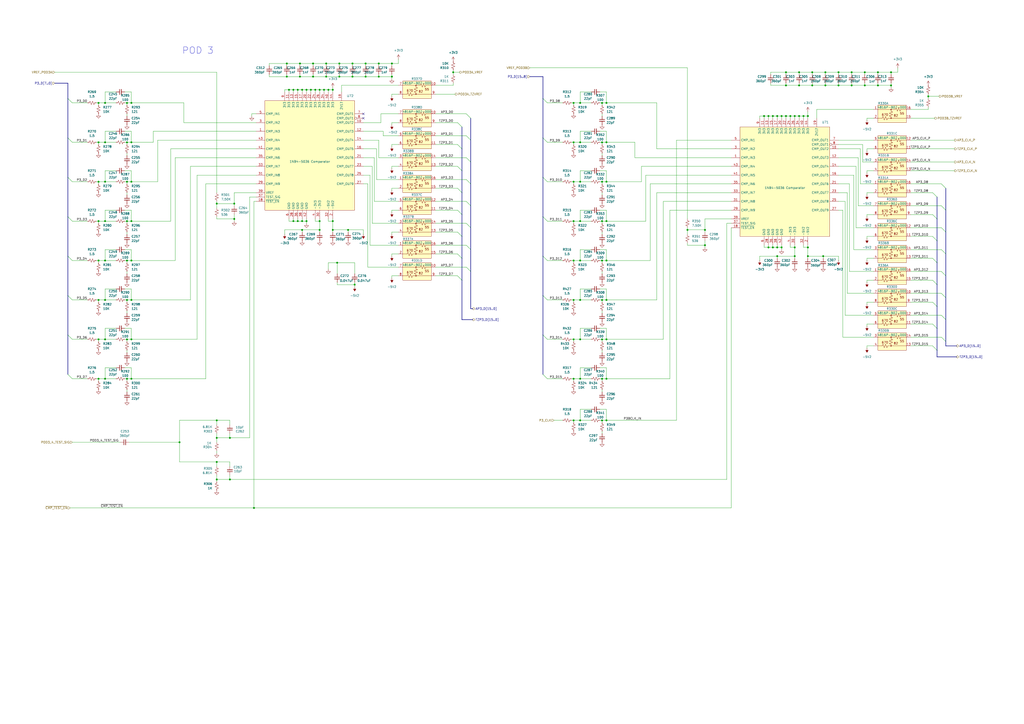
<source format=kicad_sch>
(kicad_sch (version 20250114) (generator "eeschema") (generator_version "9.0")
  (paper "A2")
  (text "POD 3" (at 114.808 29.464 0) (effects (font (size 3.81 3.81))))
  (junction (at 351.79 151.13))
  (junction (at 455.93 49.53))
  (junction (at 336.55 105.41))
  (junction (at 332.74 196.85))
  (junction (at 205.74 165.1))
  (junction (at 73.66 105.41))
  (junction (at 332.74 59.69))
  (junction (at 351.79 105.41))
  (junction (at 494.03 49.53))
  (junction (at 349.25 173.99))
  (junction (at 448.31 67.31))
  (junction (at 189.23 44.45))
  (junction (at 463.55 67.31))
  (junction (at 351.79 59.69))
  (junction (at 351.79 219.71))
  (junction (at 351.79 243.84))
  (junction (at 204.47 44.45))
  (junction (at 204.47 36.83))
  (junction (at 468.63 143.51))
  (junction (at 332.74 128.27))
  (junction (at 133.35 254))
  (junction (at 181.61 36.83))
  (junction (at 408.94 142.24))
  (junction (at 177.8 128.27))
  (junction (at 463.55 41.91))
  (junction (at 60.96 105.41))
  (junction (at 73.66 219.71))
  (junction (at 455.93 67.31))
  (junction (at 336.55 82.55))
  (junction (at 478.79 41.91))
  (junction (at 125.73 254))
  (junction (at 195.58 152.4))
  (junction (at 170.18 128.27))
  (junction (at 182.88 52.07))
  (junction (at 332.74 219.71))
  (junction (at 135.89 118.11))
  (junction (at 57.15 219.71))
  (junction (at 461.01 67.31))
  (junction (at 167.64 52.07))
  (junction (at 349.25 128.27))
  (junction (at 494.03 41.91))
  (junction (at 73.66 173.99))
  (junction (at 175.26 133.35))
  (junction (at 458.47 67.31))
  (junction (at 443.23 67.31))
  (junction (at 185.42 128.27))
  (junction (at 57.15 196.85))
  (junction (at 60.96 173.99))
  (junction (at 336.55 59.69))
  (junction (at 486.41 49.53))
  (junction (at 173.99 44.45))
  (junction (at 135.89 127))
  (junction (at 332.74 151.13))
  (junction (at 538.48 55.88))
  (junction (at 461.01 143.51))
  (junction (at 445.77 67.31))
  (junction (at 349.25 82.55))
  (junction (at 193.04 128.27))
  (junction (at 175.26 128.27))
  (junction (at 336.55 128.27))
  (junction (at 461.01 148.59))
  (junction (at 125.73 118.11))
  (junction (at 450.85 148.59))
  (junction (at 76.2 59.69))
  (junction (at 166.37 36.83))
  (junction (at 349.25 243.84))
  (junction (at 349.25 59.69))
  (junction (at 57.15 105.41))
  (junction (at 450.85 143.51))
  (junction (at 227.33 44.45))
  (junction (at 212.09 44.45))
  (junction (at 76.2 105.41))
  (junction (at 175.26 52.07))
  (junction (at 398.78 133.35))
  (junction (at 177.8 52.07))
  (junction (at 60.96 59.69))
  (junction (at 57.15 82.55))
  (junction (at 445.77 143.51))
  (junction (at 336.55 196.85))
  (junction (at 57.15 173.99))
  (junction (at 166.37 44.45))
  (junction (at 466.09 67.31))
  (junction (at 349.25 151.13))
  (junction (at 125.73 267.97))
  (junction (at 189.23 36.83))
  (junction (at 471.17 49.53))
  (junction (at 193.04 52.07))
  (junction (at 172.72 128.27))
  (junction (at 455.93 41.91))
  (junction (at 349.25 196.85))
  (junction (at 332.74 82.55))
  (junction (at 351.79 173.99))
  (junction (at 468.63 148.59))
  (junction (at 185.42 52.07))
  (junction (at 349.25 219.71))
  (junction (at 73.66 196.85))
  (junction (at 336.55 243.84))
  (junction (at 76.2 128.27))
  (junction (at 73.66 151.13))
  (junction (at 262.89 41.91))
  (junction (at 450.85 67.31))
  (junction (at 60.96 151.13))
  (junction (at 516.89 41.91))
  (junction (at 349.25 105.41))
  (junction (at 509.27 49.53))
  (junction (at 57.15 59.69))
  (junction (at 219.71 36.83))
  (junction (at 125.73 278.13))
  (junction (at 219.71 44.45))
  (junction (at 73.66 59.69))
  (junction (at 57.15 151.13))
  (junction (at 76.2 196.85))
  (junction (at 468.63 67.31))
  (junction (at 76.2 151.13))
  (junction (at 501.65 49.53))
  (junction (at 509.27 41.91))
  (junction (at 212.09 36.83))
  (junction (at 181.61 44.45))
  (junction (at 471.17 41.91))
  (junction (at 73.66 82.55))
  (junction (at 453.39 67.31))
  (junction (at 60.96 196.85))
  (junction (at 180.34 52.07))
  (junction (at 351.79 82.55))
  (junction (at 133.35 278.13))
  (junction (at 104.14 256.54))
  (junction (at 336.55 151.13))
  (junction (at 190.5 52.07))
  (junction (at 147.32 294.64))
  (junction (at 478.79 49.53))
  (junction (at 60.96 219.71))
  (junction (at 57.15 128.27))
  (junction (at 172.72 52.07))
  (junction (at 336.55 219.71))
  (junction (at 332.74 173.99))
  (junction (at 448.31 143.51))
  (junction (at 73.66 128.27))
  (junction (at 351.79 196.85))
  (junction (at 501.65 41.91))
  (junction (at 516.89 49.53))
  (junction (at 187.96 52.07))
  (junction (at 193.04 133.35))
  (junction (at 196.85 44.45))
  (junction (at 463.55 49.53))
  (junction (at 477.52 148.59))
  (junction (at 332.74 243.84))
  (junction (at 76.2 173.99))
  (junction (at 185.42 133.35))
  (junction (at 453.39 143.51))
  (junction (at 60.96 128.27))
  (junction (at 408.94 133.35))
  (junction (at 201.93 133.35))
  (junction (at 336.55 173.99))
  (junction (at 196.85 36.83))
  (junction (at 170.18 52.07))
  (junction (at 227.33 36.83))
  (junction (at 332.74 105.41))
  (junction (at 60.96 82.55))
  (junction (at 125.73 243.84))
  (junction (at 351.79 128.27))
  (junction (at 76.2 219.71))
  (junction (at 76.2 82.55))
  (junction (at 486.41 41.91))
  (junction (at 173.99 36.83))
  (no_connect (at 210.82 68.58))
  (no_connect (at 210.82 66.04))
  (bus_entry (at 546.1 170.18) (size 2.54 2.54))
  (bus_entry (at 314.96 125.73) (size 2.54 2.54))
  (bus_entry (at 546.1 119.38) (size 2.54 2.54))
  (bus_entry (at 39.37 80.01) (size 2.54 2.54))
  (bus_entry (at 314.96 80.01) (size 2.54 2.54))
  (bus_entry (at 546.1 144.78) (size 2.54 2.54))
  (bus_entry (at 265.43 109.22) (size 2.54 2.54))
  (bus_entry (at 265.43 96.52) (size 2.54 2.54))
  (bus_entry (at 265.43 121.92) (size 2.54 2.54))
  (bus_entry (at 314.96 217.17) (size 2.54 2.54))
  (bus_entry (at 265.43 83.82) (size 2.54 2.54))
  (bus_entry (at 270.51 91.44) (size 2.54 2.54))
  (bus_entry (at 39.37 171.45) (size 2.54 2.54))
  (bus_entry (at 270.51 104.14) (size 2.54 2.54))
  (bus_entry (at 541.02 175.26) (size 2.54 2.54))
  (bus_entry (at 39.37 102.87) (size 2.54 2.54))
  (bus_entry (at 314.96 148.59) (size 2.54 2.54))
  (bus_entry (at 314.96 194.31) (size 2.54 2.54))
  (bus_entry (at 314.96 102.87) (size 2.54 2.54))
  (bus_entry (at 265.43 160.02) (size 2.54 2.54))
  (bus_entry (at 541.02 124.46) (size 2.54 2.54))
  (bus_entry (at 546.1 106.68) (size 2.54 2.54))
  (bus_entry (at 39.37 148.59) (size 2.54 2.54))
  (bus_entry (at 546.1 182.88) (size 2.54 2.54))
  (bus_entry (at 546.1 132.08) (size 2.54 2.54))
  (bus_entry (at 270.51 142.24) (size 2.54 2.54))
  (bus_entry (at 270.51 66.04) (size 2.54 2.54))
  (bus_entry (at 270.51 116.84) (size 2.54 2.54))
  (bus_entry (at 265.43 134.62) (size 2.54 2.54))
  (bus_entry (at 270.51 129.54) (size 2.54 2.54))
  (bus_entry (at 541.02 187.96) (size 2.54 2.54))
  (bus_entry (at 546.1 195.58) (size 2.54 2.54))
  (bus_entry (at 546.1 157.48) (size 2.54 2.54))
  (bus_entry (at 541.02 162.56) (size 2.54 2.54))
  (bus_entry (at 314.96 171.45) (size 2.54 2.54))
  (bus_entry (at 541.02 200.66) (size 2.54 2.54))
  (bus_entry (at 541.02 149.86) (size 2.54 2.54))
  (bus_entry (at 265.43 147.32) (size 2.54 2.54))
  (bus_entry (at 541.02 137.16) (size 2.54 2.54))
  (bus_entry (at 265.43 71.12) (size 2.54 2.54))
  (bus_entry (at 541.02 111.76) (size 2.54 2.54))
  (bus_entry (at 314.96 57.15) (size 2.54 2.54))
  (bus_entry (at 39.37 194.31) (size 2.54 2.54))
  (bus_entry (at 270.51 78.74) (size 2.54 2.54))
  (bus_entry (at 39.37 125.73) (size 2.54 2.54))
  (bus_entry (at 39.37 57.15) (size 2.54 2.54))
  (bus_entry (at 270.51 154.94) (size 2.54 2.54))
  (bus_entry (at 39.37 217.17) (size 2.54 2.54))
  (wire (pts (xy 336.55 121.92) (xy 342.9 121.92)))
  (wire (pts (xy 156.21 36.83) (xy 166.37 36.83)))
  (wire (pts (xy 349.25 219.71) (xy 349.25 220.98)))
  (wire (pts (xy 270.51 78.74) (xy 252.73 78.74)))
  (bus (pts (xy 548.64 160.02) (xy 548.64 147.32)))
  (bus (pts (xy 543.56 203.2) (xy 543.56 190.5)))
  (wire (pts (xy 538.48 57.15) (xy 538.48 55.88)))
  (wire (pts (xy 516.89 49.53) (xy 516.89 50.8)))
  (wire (pts (xy 506.73 187.96) (xy 502.92 187.96)))
  (wire (pts (xy 217.17 116.84) (xy 217.17 91.44)))
  (wire (pts (xy 227.33 85.09) (xy 227.33 83.82)))
  (wire (pts (xy 424.18 101.6) (xy 374.65 101.6)))
  (wire (pts (xy 502.92 138.43) (xy 502.92 137.16)))
  (bus (pts (xy 314.96 44.45) (xy 314.96 57.15)))
  (wire (pts (xy 458.47 67.31) (xy 458.47 68.58)))
  (wire (pts (xy 447.04 41.91) (xy 447.04 43.18)))
  (wire (pts (xy 541.02 162.56) (xy 528.32 162.56)))
  (wire (pts (xy 106.68 71.12) (xy 148.59 71.12)))
  (wire (pts (xy 104.14 267.97) (xy 125.73 267.97)))
  (wire (pts (xy 455.93 41.91) (xy 455.93 43.18)))
  (wire (pts (xy 135.89 118.11) (xy 135.89 119.38)))
  (wire (pts (xy 461.01 67.31) (xy 461.01 68.58)))
  (wire (pts (xy 227.33 36.83) (xy 219.71 36.83)))
  (wire (pts (xy 265.43 83.82) (xy 252.73 83.82)))
  (bus (pts (xy 314.96 194.31) (xy 314.96 217.17)))
  (wire (pts (xy 546.1 106.68) (xy 528.32 106.68)))
  (wire (pts (xy 219.71 36.83) (xy 212.09 36.83)))
  (wire (pts (xy 541.02 175.26) (xy 528.32 175.26)))
  (wire (pts (xy 347.98 99.06) (xy 351.79 99.06)))
  (wire (pts (xy 60.96 167.64) (xy 60.96 173.99)))
  (wire (pts (xy 60.96 121.92) (xy 67.31 121.92)))
  (wire (pts (xy 331.47 128.27) (xy 332.74 128.27)))
  (wire (pts (xy 347.98 219.71) (xy 349.25 219.71)))
  (wire (pts (xy 553.72 93.98) (xy 528.32 93.98)))
  (wire (pts (xy 450.85 67.31) (xy 448.31 67.31)))
  (wire (pts (xy 125.73 243.84) (xy 133.35 243.84)))
  (wire (pts (xy 448.31 67.31) (xy 445.77 67.31)))
  (wire (pts (xy 201.93 133.35) (xy 201.93 134.62)))
  (wire (pts (xy 351.79 167.64) (xy 351.79 173.99)))
  (wire (pts (xy 377.19 106.68) (xy 424.18 106.68)))
  (wire (pts (xy 349.25 128.27) (xy 351.79 128.27)))
  (bus (pts (xy 39.37 148.59) (xy 39.37 171.45)))
  (wire (pts (xy 331.47 105.41) (xy 332.74 105.41)))
  (bus (pts (xy 273.05 68.58) (xy 273.05 81.28)))
  (wire (pts (xy 468.63 143.51) (xy 468.63 142.24)))
  (wire (pts (xy 212.09 36.83) (xy 212.09 38.1)))
  (wire (pts (xy 497.84 119.38) (xy 497.84 91.44)))
  (wire (pts (xy 175.26 52.07) (xy 172.72 52.07)))
  (wire (pts (xy 506.73 182.88) (xy 490.22 182.88)))
  (wire (pts (xy 336.55 105.41) (xy 342.9 105.41)))
  (wire (pts (xy 349.25 59.69) (xy 349.25 60.96)))
  (wire (pts (xy 332.74 196.85) (xy 336.55 196.85)))
  (wire (pts (xy 125.73 278.13) (xy 133.35 278.13)))
  (wire (pts (xy 478.79 41.91) (xy 478.79 43.18)))
  (wire (pts (xy 76.2 76.2) (xy 76.2 82.55)))
  (wire (pts (xy 381 86.36) (xy 381 59.69)))
  (wire (pts (xy 351.79 53.34) (xy 351.79 59.69)))
  (wire (pts (xy 541.02 111.76) (xy 528.32 111.76)))
  (wire (pts (xy 349.25 128.27) (xy 349.25 129.54)))
  (wire (pts (xy 265.43 160.02) (xy 252.73 160.02)))
  (bus (pts (xy 543.56 177.8) (xy 543.56 165.1)))
  (wire (pts (xy 227.33 72.39) (xy 227.33 71.12)))
  (wire (pts (xy 421.64 278.13) (xy 421.64 129.54)))
  (wire (pts (xy 264.16 54.61) (xy 252.73 54.61)))
  (wire (pts (xy 317.5 219.71) (xy 326.39 219.71)))
  (bus (pts (xy 273.05 81.28) (xy 273.05 93.98)))
  (wire (pts (xy 185.42 52.07) (xy 185.42 53.34)))
  (wire (pts (xy 146.05 67.31) (xy 146.05 66.04)))
  (wire (pts (xy 148.59 86.36) (xy 99.06 86.36)))
  (wire (pts (xy 546.1 195.58) (xy 528.32 195.58)))
  (wire (pts (xy 336.55 167.64) (xy 342.9 167.64)))
  (wire (pts (xy 349.25 151.13) (xy 351.79 151.13)))
  (wire (pts (xy 509.27 48.26) (xy 509.27 49.53)))
  (wire (pts (xy 119.38 106.68) (xy 119.38 219.71)))
  (wire (pts (xy 231.14 109.22) (xy 227.33 109.22)))
  (wire (pts (xy 181.61 36.83) (xy 173.99 36.83)))
  (wire (pts (xy 351.79 105.41) (xy 372.11 105.41)))
  (wire (pts (xy 196.85 36.83) (xy 189.23 36.83)))
  (wire (pts (xy 347.98 167.64) (xy 351.79 167.64)))
  (wire (pts (xy 72.39 151.13) (xy 73.66 151.13)))
  (wire (pts (xy 461.01 67.31) (xy 458.47 67.31)))
  (wire (pts (xy 73.66 196.85) (xy 73.66 198.12)))
  (wire (pts (xy 73.66 151.13) (xy 73.66 152.4)))
  (wire (pts (xy 398.78 133.35) (xy 408.94 133.35)))
  (wire (pts (xy 336.55 219.71) (xy 342.9 219.71)))
  (wire (pts (xy 72.39 121.92) (xy 76.2 121.92)))
  (wire (pts (xy 182.88 52.07) (xy 182.88 53.34)))
  (wire (pts (xy 73.66 134.62) (xy 73.66 135.89)))
  (bus (pts (xy 273.05 132.08) (xy 273.05 144.78)))
  (wire (pts (xy 347.98 151.13) (xy 349.25 151.13)))
  (wire (pts (xy 195.58 152.4) (xy 205.74 152.4)))
  (wire (pts (xy 55.88 82.55) (xy 57.15 82.55)))
  (wire (pts (xy 193.04 134.62) (xy 193.04 133.35)))
  (wire (pts (xy 349.25 180.34) (xy 349.25 181.61)))
  (wire (pts (xy 165.1 52.07) (xy 165.1 53.34)))
  (wire (pts (xy 170.18 128.27) (xy 167.64 128.27)))
  (wire (pts (xy 227.33 148.59) (xy 227.33 147.32)))
  (bus (pts (xy 39.37 194.31) (xy 39.37 217.17)))
  (wire (pts (xy 57.15 219.71) (xy 60.96 219.71)))
  (wire (pts (xy 265.43 121.92) (xy 252.73 121.92)))
  (wire (pts (xy 212.09 36.83) (xy 204.47 36.83)))
  (bus (pts (xy 273.05 179.07) (xy 274.32 179.07)))
  (wire (pts (xy 210.82 71.12) (xy 220.98 71.12)))
  (wire (pts (xy 144.78 114.3) (xy 144.78 254)))
  (wire (pts (xy 72.39 144.78) (xy 76.2 144.78)))
  (wire (pts (xy 173.99 44.45) (xy 173.99 43.18)))
  (wire (pts (xy 177.8 128.27) (xy 175.26 128.27)))
  (bus (pts (xy 267.97 185.42) (xy 274.32 185.42)))
  (wire (pts (xy 349.25 250.19) (xy 349.25 251.46)))
  (wire (pts (xy 544.83 55.88) (xy 538.48 55.88)))
  (wire (pts (xy 453.39 143.51) (xy 453.39 144.78)))
  (wire (pts (xy 125.73 256.54) (xy 125.73 254)))
  (wire (pts (xy 448.31 67.31) (xy 448.31 68.58)))
  (wire (pts (xy 463.55 67.31) (xy 461.01 67.31)))
  (wire (pts (xy 506.73 170.18) (xy 491.49 170.18)))
  (wire (pts (xy 501.65 49.53) (xy 501.65 48.26)))
  (wire (pts (xy 516.89 41.91) (xy 516.89 43.18)))
  (wire (pts (xy 486.41 41.91) (xy 486.41 43.18)))
  (wire (pts (xy 502.92 151.13) (xy 502.92 149.86)))
  (wire (pts (xy 538.48 55.88) (xy 538.48 54.61)))
  (wire (pts (xy 455.93 49.53) (xy 455.93 48.26)))
  (wire (pts (xy 488.95 121.92) (xy 486.41 121.92)))
  (wire (pts (xy 478.79 41.91) (xy 471.17 41.91)))
  (wire (pts (xy 57.15 105.41) (xy 60.96 105.41)))
  (wire (pts (xy 265.43 96.52) (xy 252.73 96.52)))
  (wire (pts (xy 265.43 147.32) (xy 252.73 147.32)))
  (wire (pts (xy 317.5 173.99) (xy 326.39 173.99)))
  (wire (pts (xy 270.51 66.04) (xy 252.73 66.04)))
  (bus (pts (xy 39.37 80.01) (xy 39.37 102.87)))
  (wire (pts (xy 388.62 121.92) (xy 388.62 219.71)))
  (wire (pts (xy 388.62 121.92) (xy 424.18 121.92)))
  (wire (pts (xy 453.39 67.31) (xy 450.85 67.31)))
  (wire (pts (xy 72.39 190.5) (xy 76.2 190.5)))
  (wire (pts (xy 265.43 134.62) (xy 252.73 134.62)))
  (wire (pts (xy 502.92 162.56) (xy 506.73 162.56)))
  (wire (pts (xy 147.32 116.84) (xy 148.59 116.84)))
  (wire (pts (xy 135.89 127) (xy 125.73 127)))
  (bus (pts (xy 267.97 149.86) (xy 267.97 162.56)))
  (wire (pts (xy 210.82 86.36) (xy 218.44 86.36)))
  (wire (pts (xy 502.92 69.85) (xy 502.92 68.58)))
  (wire (pts (xy 156.21 43.18) (xy 156.21 44.45)))
  (bus (pts (xy 314.96 171.45) (xy 314.96 194.31)))
  (wire (pts (xy 114.3 101.6) (xy 148.59 101.6)))
  (bus (pts (xy 39.37 102.87) (xy 39.37 125.73)))
  (wire (pts (xy 424.18 86.36) (xy 381 86.36)))
  (wire (pts (xy 347.98 213.36) (xy 351.79 213.36)))
  (wire (pts (xy 73.66 219.71) (xy 73.66 220.98)))
  (wire (pts (xy 73.66 151.13) (xy 76.2 151.13)))
  (wire (pts (xy 76.2 53.34) (xy 76.2 59.69)))
  (wire (pts (xy 231.14 78.74) (xy 222.25 78.74)))
  (wire (pts (xy 398.78 133.35) (xy 398.78 135.89)))
  (wire (pts (xy 204.47 44.45) (xy 196.85 44.45)))
  (wire (pts (xy 384.81 116.84) (xy 424.18 116.84)))
  (wire (pts (xy 332.74 105.41) (xy 336.55 105.41)))
  (wire (pts (xy 76.2 196.85) (xy 114.3 196.85)))
  (wire (pts (xy 172.72 127) (xy 172.72 128.27)))
  (wire (pts (xy 349.25 105.41) (xy 351.79 105.41)))
  (wire (pts (xy 60.96 76.2) (xy 67.31 76.2)))
  (bus (pts (xy 543.56 165.1) (xy 543.56 152.4)))
  (wire (pts (xy 351.79 173.99) (xy 381 173.99)))
  (wire (pts (xy 332.74 59.69) (xy 336.55 59.69)))
  (bus (pts (xy 548.64 134.62) (xy 548.64 121.92)))
  (wire (pts (xy 448.31 142.24) (xy 448.31 143.51)))
  (wire (pts (xy 185.42 128.27) (xy 182.88 128.27)))
  (wire (pts (xy 76.2 173.99) (xy 110.49 173.99)))
  (wire (pts (xy 219.71 91.44) (xy 219.71 81.28)))
  (wire (pts (xy 210.82 91.44) (xy 217.17 91.44)))
  (wire (pts (xy 445.77 67.31) (xy 445.77 68.58)))
  (wire (pts (xy 231.14 83.82) (xy 227.33 83.82)))
  (wire (pts (xy 398.78 132.08) (xy 398.78 133.35)))
  (wire (pts (xy 41.91 59.69) (xy 50.8 59.69)))
  (wire (pts (xy 440.69 148.59) (xy 450.85 148.59)))
  (wire (pts (xy 477.52 148.59) (xy 468.63 148.59)))
  (wire (pts (xy 114.3 196.85) (xy 114.3 101.6)))
  (wire (pts (xy 231.14 154.94) (xy 213.36 154.94)))
  (wire (pts (xy 175.26 52.07) (xy 175.26 53.34)))
  (wire (pts (xy 60.96 196.85) (xy 67.31 196.85)))
  (wire (pts (xy 336.55 144.78) (xy 336.55 151.13)))
  (wire (pts (xy 73.66 196.85) (xy 76.2 196.85)))
  (wire (pts (xy 450.85 67.31) (xy 450.85 68.58)))
  (wire (pts (xy 73.66 173.99) (xy 76.2 173.99)))
  (wire (pts (xy 351.79 144.78) (xy 351.79 151.13)))
  (wire (pts (xy 455.93 41.91) (xy 447.04 41.91)))
  (wire (pts (xy 76.2 213.36) (xy 76.2 219.71)))
  (wire (pts (xy 349.25 157.48) (xy 349.25 158.75)))
  (wire (pts (xy 270.51 154.94) (xy 252.73 154.94)))
  (wire (pts (xy 506.73 93.98) (xy 500.38 93.98)))
  (wire (pts (xy 76.2 121.92) (xy 76.2 128.27)))
  (wire (pts (xy 210.82 96.52) (xy 215.9 96.52)))
  (wire (pts (xy 349.25 219.71) (xy 351.79 219.71)))
  (bus (pts (xy 273.05 106.68) (xy 273.05 119.38)))
  (wire (pts (xy 76.2 190.5) (xy 76.2 196.85)))
  (bus (pts (xy 273.05 157.48) (xy 273.05 179.07)))
  (wire (pts (xy 421.64 129.54) (xy 424.18 129.54)))
  (wire (pts (xy 336.55 99.06) (xy 342.9 99.06)))
  (wire (pts (xy 173.99 36.83) (xy 166.37 36.83)))
  (wire (pts (xy 182.88 52.07) (xy 180.34 52.07)))
  (wire (pts (xy 262.89 41.91) (xy 262.89 40.64)))
  (wire (pts (xy 486.41 49.53) (xy 478.79 49.53)))
  (wire (pts (xy 125.73 279.4) (xy 125.73 278.13)))
  (wire (pts (xy 502.92 87.63) (xy 502.92 86.36)))
  (wire (pts (xy 60.96 99.06) (xy 67.31 99.06)))
  (wire (pts (xy 60.96 99.06) (xy 60.96 105.41)))
  (wire (pts (xy 172.72 128.27) (xy 170.18 128.27)))
  (wire (pts (xy 60.96 76.2) (xy 60.96 82.55)))
  (wire (pts (xy 490.22 116.84) (xy 486.41 116.84)))
  (wire (pts (xy 57.15 82.55) (xy 60.96 82.55)))
  (wire (pts (xy 148.59 81.28) (xy 91.44 81.28)))
  (wire (pts (xy 502.92 149.86) (xy 506.73 149.86)))
  (wire (pts (xy 190.5 127) (xy 190.5 128.27)))
  (wire (pts (xy 189.23 44.45) (xy 189.23 43.18)))
  (wire (pts (xy 351.79 237.49) (xy 351.79 243.84)))
  (wire (pts (xy 125.73 118.11) (xy 125.73 120.65)))
  (wire (pts (xy 213.36 154.94) (xy 213.36 106.68)))
  (wire (pts (xy 41.91 128.27) (xy 50.8 128.27)))
  (wire (pts (xy 463.55 49.53) (xy 455.93 49.53)))
  (wire (pts (xy 468.63 67.31) (xy 466.09 67.31)))
  (wire (pts (xy 502.92 137.16) (xy 506.73 137.16)))
  (wire (pts (xy 193.04 52.07) (xy 190.5 52.07)))
  (wire (pts (xy 520.7 39.37) (xy 520.7 41.91)))
  (wire (pts (xy 204.47 36.83) (xy 204.47 38.1)))
  (wire (pts (xy 546.1 119.38) (xy 528.32 119.38)))
  (wire (pts (xy 167.64 52.07) (xy 165.1 52.07)))
  (wire (pts (xy 57.15 82.55) (xy 57.15 83.82)))
  (wire (pts (xy 60.96 144.78) (xy 67.31 144.78)))
  (wire (pts (xy 60.96 105.41) (xy 67.31 105.41)))
  (wire (pts (xy 440.69 67.31) (xy 440.69 68.58)))
  (wire (pts (xy 546.1 182.88) (xy 528.32 182.88)))
  (wire (pts (xy 31.75 41.91) (xy 125.73 41.91)))
  (wire (pts (xy 181.61 44.45) (xy 173.99 44.45)))
  (wire (pts (xy 332.74 196.85) (xy 332.74 198.12)))
  (wire (pts (xy 57.15 173.99) (xy 60.96 173.99)))
  (wire (pts (xy 73.66 226.06) (xy 73.66 227.33)))
  (wire (pts (xy 76.2 128.27) (xy 99.06 128.27)))
  (wire (pts (xy 349.25 82.55) (xy 349.25 83.82)))
  (wire (pts (xy 193.04 128.27) (xy 190.5 128.27)))
  (wire (pts (xy 220.98 66.04) (xy 231.14 66.04)))
  (wire (pts (xy 60.96 121.92) (xy 60.96 128.27)))
  (wire (pts (xy 182.88 128.27) (xy 182.88 127)))
  (wire (pts (xy 516.89 49.53) (xy 516.89 48.26)))
  (bus (pts (xy 39.37 48.26) (xy 39.37 57.15)))
  (wire (pts (xy 195.58 152.4) (xy 195.58 158.75)))
  (wire (pts (xy 165.1 133.35) (xy 175.26 133.35)))
  (wire (pts (xy 104.14 256.54) (xy 104.14 267.97)))
  (wire (pts (xy 55.88 105.41) (xy 57.15 105.41)))
  (bus (pts (xy 39.37 125.73) (xy 39.37 148.59)))
  (wire (pts (xy 494.03 41.91) (xy 494.03 43.18)))
  (wire (pts (xy 501.65 49.53) (xy 494.03 49.53)))
  (wire (pts (xy 227.33 110.49) (xy 227.33 109.22)))
  (wire (pts (xy 218.44 104.14) (xy 218.44 86.36)))
  (bus (pts (xy 314.96 80.01) (xy 314.96 102.87)))
  (wire (pts (xy 72.39 128.27) (xy 73.66 128.27)))
  (wire (pts (xy 76.2 99.06) (xy 76.2 105.41)))
  (wire (pts (xy 506.73 63.5) (xy 473.71 63.5)))
  (wire (pts (xy 486.41 41.91) (xy 478.79 41.91)))
  (wire (pts (xy 546.1 170.18) (xy 528.32 170.18)))
  (wire (pts (xy 125.73 246.38) (xy 125.73 243.84)))
  (wire (pts (xy 541.02 187.96) (xy 528.32 187.96)))
  (wire (pts (xy 506.73 68.58) (xy 502.92 68.58)))
  (wire (pts (xy 185.42 133.35) (xy 175.26 133.35)))
  (wire (pts (xy 331.47 151.13) (xy 332.74 151.13)))
  (wire (pts (xy 331.47 196.85) (xy 332.74 196.85)))
  (wire (pts (xy 210.82 76.2) (xy 222.25 76.2)))
  (wire (pts (xy 227.33 135.89) (xy 227.33 134.62)))
  (wire (pts (xy 502.92 189.23) (xy 502.92 187.96)))
  (wire (pts (xy 73.66 88.9) (xy 73.66 90.17)))
  (wire (pts (xy 57.15 173.99) (xy 57.15 175.26)))
  (wire (pts (xy 73.66 105.41) (xy 76.2 105.41)))
  (wire (pts (xy 347.98 190.5) (xy 351.79 190.5)))
  (wire (pts (xy 57.15 128.27) (xy 57.15 129.54)))
  (bus (pts (xy 543.56 203.2) (xy 543.56 207.01)))
  (wire (pts (xy 60.96 128.27) (xy 67.31 128.27)))
  (wire (pts (xy 60.96 144.78) (xy 60.96 151.13)))
  (wire (pts (xy 76.2 151.13) (xy 101.6 151.13)))
  (wire (pts (xy 477.52 148.59) (xy 477.52 149.86)))
  (bus (pts (xy 273.05 119.38) (xy 273.05 132.08)))
  (wire (pts (xy 73.66 111.76) (xy 73.66 113.03)))
  (wire (pts (xy 466.09 142.24) (xy 466.09 143.51)))
  (wire (pts (xy 490.22 182.88) (xy 490.22 116.84)))
  (bus (pts (xy 267.97 99.06) (xy 267.97 111.76)))
  (wire (pts (xy 57.15 151.13) (xy 60.96 151.13)))
  (wire (pts (xy 349.25 111.76) (xy 349.25 113.03)))
  (wire (pts (xy 502.92 113.03) (xy 502.92 111.76)))
  (wire (pts (xy 408.94 142.24) (xy 408.94 143.51)))
  (wire (pts (xy 219.71 44.45) (xy 212.09 44.45)))
  (bus (pts (xy 543.56 127) (xy 543.56 114.3)))
  (bus (pts (xy 548.64 147.32) (xy 548.64 134.62)))
  (wire (pts (xy 486.41 91.44) (xy 497.84 91.44)))
  (wire (pts (xy 424.18 81.28) (xy 392.43 81.28)))
  (wire (pts (xy 231.14 54.61) (xy 227.33 54.61)))
  (wire (pts (xy 349.25 226.06) (xy 349.25 227.33)))
  (wire (pts (xy 57.15 196.85) (xy 60.96 196.85)))
  (wire (pts (xy 332.74 151.13) (xy 336.55 151.13)))
  (wire (pts (xy 471.17 41.91) (xy 463.55 41.91)))
  (wire (pts (xy 190.5 52.07) (xy 187.96 52.07)))
  (wire (pts (xy 73.66 128.27) (xy 73.66 129.54)))
  (wire (pts (xy 170.18 52.07) (xy 170.18 53.34)))
  (wire (pts (xy 196.85 44.45) (xy 189.23 44.45)))
  (wire (pts (xy 506.73 132.08) (xy 496.57 132.08)))
  (wire (pts (xy 501.65 41.91) (xy 509.27 41.91)))
  (wire (pts (xy 349.25 66.04) (xy 349.25 67.31)))
  (wire (pts (xy 55.88 196.85) (xy 57.15 196.85)))
  (wire (pts (xy 170.18 127) (xy 170.18 128.27)))
  (bus (pts (xy 273.05 93.98) (xy 273.05 106.68)))
  (wire (pts (xy 60.96 53.34) (xy 67.31 53.34)))
  (wire (pts (xy 478.79 49.53) (xy 471.17 49.53)))
  (wire (pts (xy 73.66 157.48) (xy 73.66 158.75)))
  (wire (pts (xy 175.26 128.27) (xy 172.72 128.27)))
  (wire (pts (xy 99.06 86.36) (xy 99.06 128.27)))
  (wire (pts (xy 74.93 256.54) (xy 104.14 256.54)))
  (wire (pts (xy 210.82 133.35) (xy 201.93 133.35)))
  (wire (pts (xy 270.51 116.84) (xy 252.73 116.84)))
  (wire (pts (xy 349.25 173.99) (xy 349.25 175.26)))
  (wire (pts (xy 336.55 76.2) (xy 336.55 82.55)))
  (wire (pts (xy 331.47 243.84) (xy 332.74 243.84)))
  (wire (pts (xy 546.1 157.48) (xy 528.32 157.48)))
  (wire (pts (xy 41.91 151.13) (xy 50.8 151.13)))
  (wire (pts (xy 219.71 36.83) (xy 219.71 38.1)))
  (wire (pts (xy 76.2 219.71) (xy 119.38 219.71)))
  (wire (pts (xy 336.55 59.69) (xy 342.9 59.69)))
  (wire (pts (xy 50.8 173.99) (xy 41.91 173.99)))
  (wire (pts (xy 458.47 143.51) (xy 458.47 142.24)))
  (wire (pts (xy 408.94 142.24) (xy 398.78 142.24)))
  (wire (pts (xy 553.72 81.28) (xy 528.32 81.28)))
  (wire (pts (xy 215.9 129.54) (xy 231.14 129.54)))
  (wire (pts (xy 502.92 99.06) (xy 506.73 99.06)))
  (wire (pts (xy 500.38 93.98) (xy 500.38 83.82)))
  (wire (pts (xy 72.39 82.55) (xy 73.66 82.55)))
  (wire (pts (xy 193.04 133.35) (xy 193.04 128.27)))
  (wire (pts (xy 231.14 134.62) (xy 227.33 134.62)))
  (bus (pts (xy 39.37 171.45) (xy 39.37 194.31)))
  (wire (pts (xy 50.8 196.85) (xy 41.91 196.85)))
  (wire (pts (xy 72.39 105.41) (xy 73.66 105.41)))
  (wire (pts (xy 347.98 121.92) (xy 351.79 121.92)))
  (wire (pts (xy 500.38 83.82) (xy 486.41 83.82)))
  (wire (pts (xy 332.74 82.55) (xy 336.55 82.55)))
  (wire (pts (xy 461.01 142.24) (xy 461.01 143.51)))
  (wire (pts (xy 270.51 104.14) (xy 252.73 104.14)))
  (wire (pts (xy 177.8 127) (xy 177.8 128.27)))
  (wire (pts (xy 227.33 44.45) (xy 227.33 45.72)))
  (wire (pts (xy 368.3 91.44) (xy 424.18 91.44)))
  (wire (pts (xy 106.68 59.69) (xy 76.2 59.69)))
  (wire (pts (xy 73.66 82.55) (xy 73.66 83.82)))
  (wire (pts (xy 212.09 44.45) (xy 204.47 44.45)))
  (wire (pts (xy 468.63 67.31) (xy 468.63 68.58)))
  (wire (pts (xy 349.25 243.84) (xy 349.25 245.11)))
  (wire (pts (xy 443.23 67.31) (xy 443.23 68.58)))
  (wire (pts (xy 336.55 196.85) (xy 342.9 196.85)))
  (wire (pts (xy 227.33 97.79) (xy 227.33 96.52)))
  (wire (pts (xy 187.96 52.07) (xy 187.96 53.34)))
  (wire (pts (xy 463.55 41.91) (xy 455.93 41.91)))
  (wire (pts (xy 486.41 151.13) (xy 486.41 148.59)))
  (bus (pts (xy 267.97 73.66) (xy 267.97 86.36)))
  (wire (pts (xy 219.71 44.45) (xy 219.71 43.18)))
  (wire (pts (xy 499.11 86.36) (xy 486.41 86.36)))
  (wire (pts (xy 541.02 149.86) (xy 528.32 149.86)))
  (wire (pts (xy 231.14 49.53) (xy 198.12 49.53)))
  (wire (pts (xy 471.17 49.53) (xy 471.17 48.26)))
  (wire (pts (xy 509.27 49.53) (xy 516.89 49.53)))
  (wire (pts (xy 73.66 59.69) (xy 73.66 60.96)))
  (wire (pts (xy 72.39 213.36) (xy 76.2 213.36)))
  (wire (pts (xy 57.15 59.69) (xy 60.96 59.69)))
  (wire (pts (xy 408.94 133.35) (xy 408.94 134.62)))
  (wire (pts (xy 119.38 106.68) (xy 148.59 106.68)))
  (wire (pts (xy 502.92 175.26) (xy 506.73 175.26)))
  (wire (pts (xy 181.61 44.45) (xy 181.61 43.18)))
  (wire (pts (xy 210.82 106.68) (xy 213.36 106.68)))
  (wire (pts (xy 542.29 68.58) (xy 528.32 68.58)))
  (wire (pts (xy 177.8 52.07) (xy 177.8 53.34)))
  (wire (pts (xy 347.98 196.85) (xy 349.25 196.85)))
  (wire (pts (xy 262.89 48.26) (xy 262.89 49.53)))
  (wire (pts (xy 347.98 237.49) (xy 351.79 237.49)))
  (wire (pts (xy 175.26 127) (xy 175.26 128.27)))
  (wire (pts (xy 166.37 44.45) (xy 166.37 43.18)))
  (wire (pts (xy 110.49 173.99) (xy 110.49 96.52)))
  (wire (pts (xy 55.88 151.13) (xy 57.15 151.13)))
  (wire (pts (xy 135.89 127) (xy 135.89 128.27)))
  (wire (pts (xy 146.05 66.04) (xy 148.59 66.04)))
  (bus (pts (xy 31.75 48.26) (xy 39.37 48.26)))
  (wire (pts (xy 332.74 59.69) (xy 332.74 60.96)))
  (wire (pts (xy 455.93 67.31) (xy 453.39 67.31)))
  (wire (pts (xy 57.15 196.85) (xy 57.15 198.12)))
  (wire (pts (xy 181.61 36.83) (xy 181.61 38.1)))
  (wire (pts (xy 491.49 111.76) (xy 486.41 111.76)))
  (wire (pts (xy 336.55 53.34) (xy 342.9 53.34)))
  (wire (pts (xy 331.47 59.69) (xy 332.74 59.69)))
  (wire (pts (xy 177.8 52.07) (xy 175.26 52.07)))
  (wire (pts (xy 60.96 219.71) (xy 67.31 219.71)))
  (wire (pts (xy 231.14 36.83) (xy 227.33 36.83)))
  (wire (pts (xy 492.76 157.48) (xy 492.76 106.68)))
  (wire (pts (xy 133.35 246.38) (xy 133.35 243.84)))
  (bus (pts (xy 548.64 198.12) (xy 548.64 200.66)))
  (wire (pts (xy 72.39 167.64) (xy 76.2 167.64)))
  (wire (pts (xy 133.35 267.97) (xy 133.35 270.51)))
  (wire (pts (xy 443.23 67.31) (xy 440.69 67.31)))
  (wire (pts (xy 336.55 213.36) (xy 342.9 213.36)))
  (wire (pts (xy 231.14 91.44) (xy 219.71 91.44)))
  (wire (pts (xy 398.78 142.24) (xy 398.78 140.97)))
  (wire (pts (xy 227.33 44.45) (xy 227.33 43.18)))
  (wire (pts (xy 349.25 196.85) (xy 349.25 198.12)))
  (wire (pts (xy 180.34 52.07) (xy 177.8 52.07)))
  (wire (pts (xy 486.41 49.53) (xy 486.41 48.26)))
  (wire (pts (xy 265.43 109.22) (xy 252.73 109.22)))
  (bus (pts (xy 548.64 121.92) (xy 548.64 109.22)))
  (wire (pts (xy 262.89 43.18) (xy 262.89 41.91)))
  (wire (pts (xy 502.92 125.73) (xy 502.92 124.46)))
  (wire (pts (xy 210.82 101.6) (xy 214.63 101.6)))
  (wire (pts (xy 321.31 243.84) (xy 326.39 243.84)))
  (wire (pts (xy 147.32 294.64) (xy 424.18 294.64)))
  (wire (pts (xy 101.6 91.44) (xy 148.59 91.44)))
  (wire (pts (xy 424.18 96.52) (xy 372.11 96.52)))
  (bus (pts (xy 314.96 102.87) (xy 314.96 125.73)))
  (wire (pts (xy 148.59 111.76) (xy 135.89 111.76)))
  (wire (pts (xy 156.21 44.45) (xy 166.37 44.45)))
  (wire (pts (xy 88.9 76.2) (xy 148.59 76.2)))
  (wire (pts (xy 492.76 106.68) (xy 486.41 106.68)))
  (wire (pts (xy 471.17 49.53) (xy 463.55 49.53)))
  (wire (pts (xy 198.12 49.53) (xy 198.12 53.34)))
  (bus (pts (xy 267.97 86.36) (xy 267.97 99.06)))
  (wire (pts (xy 349.25 105.41) (xy 349.25 106.68)))
  (wire (pts (xy 466.09 67.31) (xy 466.09 68.58)))
  (wire (pts (xy 368.3 91.44) (xy 368.3 82.55)))
  (wire (pts (xy 336.55 173.99) (xy 342.9 173.99)))
  (wire (pts (xy 317.5 105.41) (xy 326.39 105.41)))
  (wire (pts (xy 461.01 143.51) (xy 458.47 143.51)))
  (wire (pts (xy 332.74 173.99) (xy 332.74 175.26)))
  (wire (pts (xy 214.63 142.24) (xy 214.63 101.6)))
  (bus (pts (xy 307.34 44.45) (xy 314.96 44.45)))
  (wire (pts (xy 501.65 41.91) (xy 494.03 41.91)))
  (wire (pts (xy 408.94 139.7) (xy 408.94 142.24)))
  (wire (pts (xy 110.49 96.52) (xy 148.59 96.52)))
  (wire (pts (xy 88.9 82.55) (xy 76.2 82.55)))
  (wire (pts (xy 50.8 219.71) (xy 41.91 219.71)))
  (wire (pts (xy 496.57 132.08) (xy 496.57 96.52)))
  (wire (pts (xy 332.74 243.84) (xy 336.55 243.84)))
  (wire (pts (xy 190.5 156.21) (xy 190.5 152.4)))
  (wire (pts (xy 195.58 163.83) (xy 195.58 165.1)))
  (wire (pts (xy 270.51 91.44) (xy 252.73 91.44)))
  (wire (pts (xy 541.02 137.16) (xy 528.32 137.16)))
  (wire (pts (xy 175.26 133.35) (xy 175.26 134.62)))
  (wire (pts (xy 351.79 99.06) (xy 351.79 105.41)))
  (wire (pts (xy 384.81 196.85) (xy 351.79 196.85)))
  (wire (pts (xy 180.34 52.07) (xy 180.34 53.34)))
  (wire (pts (xy 538.48 63.5) (xy 528.32 63.5)))
  (wire (pts (xy 486.41 148.59) (xy 477.52 148.59)))
  (wire (pts (xy 502.92 163.83) (xy 502.92 162.56)))
  (wire (pts (xy 170.18 52.07) (xy 167.64 52.07)))
  (wire (pts (xy 351.79 190.5) (xy 351.79 196.85)))
  (wire (pts (xy 398.78 127) (xy 398.78 39.37)))
  (wire (pts (xy 336.55 237.49) (xy 336.55 243.84)))
  (wire (pts (xy 347.98 105.41) (xy 349.25 105.41)))
  (wire (pts (xy 165.1 135.89) (xy 165.1 133.35)))
  (bus (pts (xy 543.56 207.01) (xy 554.99 207.01)))
  (wire (pts (xy 349.25 203.2) (xy 349.25 204.47)))
  (wire (pts (xy 231.14 71.12) (xy 227.33 71.12)))
  (bus (pts (xy 543.56 139.7) (xy 543.56 127)))
  (wire (pts (xy 443.23 143.51) (xy 443.23 142.24)))
  (wire (pts (xy 326.39 59.69) (xy 317.5 59.69)))
  (wire (pts (xy 332.74 151.13) (xy 332.74 152.4)))
  (wire (pts (xy 166.37 36.83) (xy 166.37 38.1)))
  (wire (pts (xy 336.55 167.64) (xy 336.55 173.99)))
  (wire (pts (xy 125.73 254) (xy 133.35 254)))
  (wire (pts (xy 332.74 219.71) (xy 332.74 220.98)))
  (wire (pts (xy 546.1 132.08) (xy 528.32 132.08)))
  (bus (pts (xy 273.05 144.78) (xy 273.05 157.48)))
  (wire (pts (xy 332.74 173.99) (xy 336.55 173.99)))
  (wire (pts (xy 445.77 143.51) (xy 443.23 143.51)))
  (wire (pts (xy 57.15 59.69) (xy 57.15 60.96)))
  (wire (pts (xy 187.96 52.07) (xy 185.42 52.07)))
  (wire (pts (xy 106.68 59.69) (xy 106.68 71.12)))
  (wire (pts (xy 57.15 105.41) (xy 57.15 106.68)))
  (wire (pts (xy 125.73 118.11) (xy 135.89 118.11)))
  (wire (pts (xy 509.27 41.91) (xy 509.27 43.18)))
  (wire (pts (xy 349.25 243.84) (xy 351.79 243.84)))
  (wire (pts (xy 381 111.76) (xy 424.18 111.76)))
  (wire (pts (xy 538.48 62.23) (xy 538.48 63.5)))
  (wire (pts (xy 468.63 148.59) (xy 468.63 143.51)))
  (wire (pts (xy 190.5 152.4) (xy 195.58 152.4)))
  (wire (pts (xy 72.39 76.2) (xy 76.2 76.2)))
  (wire (pts (xy 205.74 163.83) (xy 205.74 165.1)))
  (wire (pts (xy 231.14 104.14) (xy 218.44 104.14)))
  (wire (pts (xy 189.23 36.83) (xy 181.61 36.83)))
  (wire (pts (xy 125.73 127) (xy 125.73 125.73)))
  (wire (pts (xy 332.74 128.27) (xy 332.74 129.54)))
  (wire (pts (xy 60.96 82.55) (xy 67.31 82.55)))
  (wire (pts (xy 336.55 243.84) (xy 342.9 243.84)))
  (wire (pts (xy 546.1 144.78) (xy 528.32 144.78)))
  (wire (pts (xy 317.5 196.85) (xy 326.39 196.85)))
  (wire (pts (xy 501.65 49.53) (xy 509.27 49.53)))
  (wire (pts (xy 502.92 111.76) (xy 506.73 111.76)))
  (wire (pts (xy 193.04 128.27) (xy 193.04 127)))
  (wire (pts (xy 424.18 127) (xy 408.94 127)))
  (wire (pts (xy 336.55 128.27) (xy 342.9 128.27)))
  (wire (pts (xy 398.78 39.37) (xy 307.34 39.37)))
  (wire (pts (xy 424.18 132.08) (xy 424.18 294.64)))
  (wire (pts (xy 461.01 148.59) (xy 461.01 143.51)))
  (wire (pts (xy 73.66 66.04) (xy 73.66 67.31)))
  (wire (pts (xy 205.74 165.1) (xy 205.74 166.37)))
  (wire (pts (xy 167.64 52.07) (xy 167.64 53.34)))
  (wire (pts (xy 231.14 142.24) (xy 214.63 142.24)))
  (bus (pts (xy 314.96 125.73) (xy 314.96 148.59)))
  (wire (pts (xy 190.5 52.07) (xy 190.5 53.34)))
  (wire (pts (xy 317.5 128.27) (xy 326.39 128.27)))
  (wire (pts (xy 185.42 52.07) (xy 182.88 52.07)))
  (wire (pts (xy 60.96 53.34) (xy 60.96 59.69)))
  (wire (pts (xy 125.73 243.84) (xy 104.14 243.84)))
  (wire (pts (xy 347.98 144.78) (xy 351.79 144.78)))
  (wire (pts (xy 336.55 53.34) (xy 336.55 59.69)))
  (wire (pts (xy 125.73 116.84) (xy 125.73 118.11)))
  (wire (pts (xy 408.94 133.35) (xy 408.94 127)))
  (wire (pts (xy 497.84 119.38) (xy 506.73 119.38)))
  (wire (pts (xy 57.15 128.27) (xy 60.96 128.27)))
  (wire (pts (xy 55.88 59.69) (xy 57.15 59.69)))
  (wire (pts (xy 553.72 99.06) (xy 528.32 99.06)))
  (wire (pts (xy 60.96 173.99) (xy 67.31 173.99)))
  (wire (pts (xy 381 173.99) (xy 381 111.76)))
  (wire (pts (xy 349.25 88.9) (xy 349.25 90.17)))
  (wire (pts (xy 506.73 157.48) (xy 492.76 157.48)))
  (bus (pts (xy 314.96 148.59) (xy 314.96 171.45)))
  (wire (pts (xy 455.93 67.31) (xy 455.93 68.58)))
  (wire (pts (xy 133.35 254) (xy 144.78 254)))
  (wire (pts (xy 448.31 143.51) (xy 445.77 143.51)))
  (wire (pts (xy 392.43 243.84) (xy 351.79 243.84)))
  (wire (pts (xy 135.89 124.46) (xy 135.89 127)))
  (wire (pts (xy 502.92 86.36) (xy 506.73 86.36)))
  (wire (pts (xy 231.14 34.29) (xy 231.14 36.83)))
  (bus (pts (xy 548.64 198.12) (xy 548.64 185.42)))
  (wire (pts (xy 351.79 213.36) (xy 351.79 219.71)))
  (wire (pts (xy 189.23 36.83) (xy 189.23 38.1)))
  (wire (pts (xy 227.33 44.45) (xy 219.71 44.45)))
  (wire (pts (xy 463.55 67.31) (xy 463.55 68.58)))
  (wire (pts (xy 185.42 133.35) (xy 185.42 134.62)))
  (wire (pts (xy 125.73 270.51) (xy 125.73 267.97)))
  (wire (pts (xy 347.98 76.2) (xy 351.79 76.2)))
  (wire (pts (xy 347.98 128.27) (xy 349.25 128.27)))
  (wire (pts (xy 133.35 254) (xy 133.35 251.46)))
  (bus (pts (xy 548.64 172.72) (xy 548.64 160.02)))
  (wire (pts (xy 73.66 128.27) (xy 76.2 128.27)))
  (wire (pts (xy 210.82 81.28) (xy 219.71 81.28)))
  (wire (pts (xy 541.02 200.66) (xy 528.32 200.66)))
  (wire (pts (xy 60.96 213.36) (xy 67.31 213.36)))
  (wire (pts (xy 41.91 82.55) (xy 50.8 82.55)))
  (wire (pts (xy 494.03 49.53) (xy 494.03 48.26)))
  (wire (pts (xy 336.55 121.92) (xy 336.55 128.27)))
  (wire (pts (xy 156.21 38.1) (xy 156.21 36.83)))
  (wire (pts (xy 270.51 129.54) (xy 252.73 129.54)))
  (wire (pts (xy 332.74 82.55) (xy 332.74 83.82)))
  (wire (pts (xy 478.79 49.53) (xy 478.79 48.26)))
  (wire (pts (xy 220.98 71.12) (xy 220.98 66.04)))
  (bus (pts (xy 39.37 57.15) (xy 39.37 80.01)))
  (wire (pts (xy 189.23 44.45) (xy 181.61 44.45)))
  (wire (pts (xy 60.96 190.5) (xy 60.96 196.85)))
  (wire (pts (xy 231.14 160.02) (xy 227.33 160.02)))
  (wire (pts (xy 374.65 128.27) (xy 351.79 128.27)))
  (wire (pts (xy 461.01 148.59) (xy 450.85 148.59)))
  (wire (pts (xy 73.66 173.99) (xy 73.66 175.26)))
  (wire (pts (xy 468.63 67.31) (xy 468.63 64.77)))
  (wire (pts (xy 73.66 82.55) (xy 76.2 82.55)))
  (wire (pts (xy 541.02 124.46) (xy 528.32 124.46)))
  (wire (pts (xy 463.55 41.91) (xy 463.55 43.18)))
  (bus (pts (xy 267.97 111.76) (xy 267.97 124.46)))
  (wire (pts (xy 133.35 275.59) (xy 133.35 278.13)))
  (wire (pts (xy 336.55 82.55) (xy 342.9 82.55)))
  (wire (pts (xy 227.33 123.19) (xy 227.33 121.92)))
  (wire (pts (xy 450.85 142.24) (xy 450.85 143.51)))
  (wire (pts (xy 502.92 100.33) (xy 502.92 99.06)))
  (wire (pts (xy 125.73 254) (xy 125.73 251.46)))
  (wire (pts (xy 222.25 78.74) (xy 222.25 76.2)))
  (wire (pts (xy 332.74 128.27) (xy 336.55 128.27)))
  (wire (pts (xy 73.66 180.34) (xy 73.66 181.61)))
  (wire (pts (xy 349.25 134.62) (xy 349.25 135.89)))
  (wire (pts (xy 76.2 144.78) (xy 76.2 151.13)))
  (wire (pts (xy 506.73 195.58) (xy 488.95 195.58)))
  (wire (pts (xy 332.74 219.71) (xy 336.55 219.71)))
  (wire (pts (xy 57.15 219.71) (xy 57.15 220.98)))
  (wire (pts (xy 205.74 165.1) (xy 195.58 165.1)))
  (wire (pts (xy 72.39 53.34) (xy 76.2 53.34)))
  (bus (pts (xy 267.97 162.56) (xy 267.97 185.42)))
  (wire (pts (xy 73.66 203.2) (xy 73.66 204.47)))
  (wire (pts (xy 57.15 151.13) (xy 57.15 152.4)))
  (wire (pts (xy 72.39 173.99) (xy 73.66 173.99)))
  (wire (pts (xy 104.14 243.84) (xy 104.14 256.54)))
  (wire (pts (xy 262.89 41.91) (xy 266.7 41.91)))
  (wire (pts (xy 147.32 116.84) (xy 147.32 294.64)))
  (wire (pts (xy 204.47 36.83) (xy 196.85 36.83)))
  (wire (pts (xy 193.04 52.07) (xy 193.04 53.34)))
  (wire (pts (xy 368.3 82.55) (xy 351.79 82.55)))
  (wire (pts (xy 135.89 118.11) (xy 135.89 111.76)))
  (wire (pts (xy 377.19 151.13) (xy 377.19 106.68)))
  (wire (pts (xy 91.44 105.41) (xy 76.2 105.41)))
  (wire (pts (xy 347.98 173.99) (xy 349.25 173.99)))
  (wire (pts (xy 173.99 44.45) (xy 166.37 44.45)))
  (wire (pts (xy 502.92 201.93) (xy 502.92 200.66)))
  (wire (pts (xy 349.25 173.99) (xy 351.79 173.99)))
  (wire (pts (xy 125.73 267.97) (xy 133.35 267.97)))
  (wire (pts (xy 468.63 143.51) (xy 466.09 143.51)))
  (wire (pts (xy 133.35 278.13) (xy 421.64 278.13)))
  (wire (pts (xy 440.69 151.13) (xy 440.69 148.59)))
  (wire (pts (xy 374.65 101.6) (xy 374.65 128.27)))
  (wire (pts (xy 72.39 219.71) (xy 73.66 219.71)))
  (wire (pts (xy 506.73 81.28) (xy 486.41 81.28)))
  (bus (pts (xy 314.96 57.15) (xy 314.96 80.01)))
  (wire (pts (xy 215.9 96.52) (xy 215.9 129.54)))
  (wire (pts (xy 447.04 48.26) (xy 447.04 49.53)))
  (wire (pts (xy 458.47 67.31) (xy 455.93 67.31)))
  (wire (pts (xy 231.14 147.32) (xy 227.33 147.32)))
  (wire (pts (xy 520.7 41.91) (xy 516.89 41.91)))
  (wire (pts (xy 60.96 190.5) (xy 67.31 190.5)))
  (wire (pts (xy 144.78 114.3) (xy 148.59 114.3)))
  (wire (pts (xy 167.64 128.27) (xy 167.64 127)))
  (wire (pts (xy 231.14 116.84) (xy 217.17 116.84)))
  (wire (pts (xy 332.74 105.41) (xy 332.74 106.68)))
  (wire (pts (xy 461.01 148.59) (xy 461.01 149.86)))
  (wire (pts (xy 41.91 105.41) (xy 50.8 105.41)))
  (bus (pts (xy 543.56 152.4) (xy 543.56 139.7)))
  (wire (pts (xy 73.66 105.41) (xy 73.66 106.68)))
  (wire (pts (xy 196.85 36.83) (xy 196.85 38.1)))
  (wire (pts (xy 60.96 167.64) (xy 67.31 167.64)))
  (wire (pts (xy 347.98 53.34) (xy 351.79 53.34)))
  (wire (pts (xy 491.49 170.18) (xy 491.49 111.76)))
  (wire (pts (xy 317.5 82.55) (xy 326.39 82.55)))
  (wire (pts (xy 336.55 151.13) (xy 342.9 151.13)))
  (wire (pts (xy 55.88 219.71) (xy 57.15 219.71)))
  (wire (pts (xy 453.39 143.51) (xy 450.85 143.51)))
  (wire (pts (xy 205.74 152.4) (xy 205.74 158.75)))
  (wire (pts (xy 60.96 213.36) (xy 60.96 219.71)))
  (wire (pts (xy 227.33 55.88) (xy 227.33 54.61)))
  (wire (pts (xy 466.09 67.31) (xy 463.55 67.31)))
  (wire (pts (xy 349.25 151.13) (xy 349.25 152.4)))
  (bus (pts (xy 267.97 137.16) (xy 267.97 149.86)))
  (wire (pts (xy 336.55 190.5) (xy 336.55 196.85)))
  (wire (pts (xy 495.3 101.6) (xy 486.41 101.6)))
  (wire (pts (xy 173.99 36.83) (xy 173.99 38.1)))
  (wire (pts (xy 336.55 190.5) (xy 342.9 190.5)))
  (wire (pts (xy 177.8 128.27) (xy 177.8 129.54)))
  (wire (pts (xy 212.09 44.45) (xy 212.09 43.18)))
  (wire (pts (xy 450.85 148.59) (xy 450.85 149.86)))
  (wire (pts (xy 76.2 167.64) (xy 76.2 173.99)))
  (wire (pts (xy 372.11 96.52) (xy 372.11 105.41)))
  (bus (pts (xy 543.56 190.5) (xy 543.56 177.8)))
  (wire (pts (xy 331.47 219.71) (xy 332.74 219.71)))
  (wire (pts (xy 347.98 59.69) (xy 349.25 59.69)))
  (wire (pts (xy 185.42 127) (xy 185.42 128.27)))
  (wire (pts (xy 506.73 144.78) (xy 495.3 144.78)))
  (wire (pts (xy 553.72 86.36) (xy 528.32 86.36)))
  (wire (pts (xy 227.33 161.29) (xy 227.33 160.02)))
  (wire (pts (xy 231.14 96.52) (xy 227.33 96.52)))
  (wire (pts (xy 227.33 36.83) (xy 227.33 38.1)))
  (wire (pts (xy 349.25 82.55) (xy 351.79 82.55)))
  (wire (pts (xy 445.77 142.24) (xy 445.77 143.51)))
  (wire (pts (xy 336.55 144.78) (xy 342.9 144.78)))
  (wire (pts (xy 384.81 116.84) (xy 384.81 196.85)))
  (wire (pts (xy 488.95 195.58) (xy 488.95 121.92)))
  (wire (pts (xy 351.79 59.69) (xy 381 59.69)))
  (wire (pts (xy 201.93 133.35) (xy 193.04 133.35)))
  (wire (pts (xy 351.79 76.2) (xy 351.79 82.55)))
  (wire (pts (xy 347.98 243.84) (xy 349.25 243.84)))
  (wire (pts (xy 388.62 219.71) (xy 351.79 219.71)))
  (wire (pts (xy 445.77 67.31) (xy 443.23 67.31)))
  (wire (pts (xy 468.63 149.86) (xy 468.63 148.59)))
  (wire (pts (xy 332.74 243.84) (xy 332.74 245.11)))
  (wire (pts (xy 509.27 41.91) (xy 516.89 41.91)))
  (wire (pts (xy 210.82 135.89) (xy 210.82 133.35)))
  (wire (pts (xy 336.55 213.36) (xy 336.55 219.71)))
  (wire (pts (xy 172.72 52.07) (xy 172.72 53.34)))
  (wire (pts (xy 72.39 59.69) (xy 73.66 59.69)))
  (wire (pts (xy 55.88 173.99) (xy 57.15 173.99)))
  (wire (pts (xy 499.11 106.68) (xy 499.11 86.36)))
  (wire (pts (xy 473.71 63.5) (xy 473.71 68.58)))
  (wire (pts (xy 331.47 173.99) (xy 332.74 173.99)))
  (wire (pts (xy 41.91 256.54) (xy 69.85 256.54)))
  (wire (pts (xy 185.42 133.35) (xy 185.42 128.27)))
  (wire (pts (xy 231.14 121.92) (xy 227.33 121.92)))
  (wire (pts (xy 336.55 237.49) (xy 342.9 237.49)))
  (wire (pts (xy 193.04 50.8) (xy 193.04 52.07)))
  (wire (pts (xy 455.93 49.53) (xy 447.04 49.53)))
  (wire (pts (xy 91.44 81.28) (xy 91.44 105.41)))
  (wire (pts (xy 351.79 121.92) (xy 351.79 128.27)))
  (wire (pts (xy 463.55 49.53) (xy 463.55 48.26)))
  (wire (pts (xy 73.66 59.69) (xy 76.2 59.69)))
  (wire (pts (xy 502.92 176.53) (xy 502.92 175.26)))
  (wire (pts (xy 392.43 81.28) (xy 392.43 243.84)))
  (wire (pts (xy 347.98 82.55) (xy 349.25 82.55)))
  (wire (pts (xy 453.39 67.31) (xy 453.39 68.58)))
  (wire (pts (xy 73.66 219.71) (xy 76.2 219.71)))
  (wire (pts (xy 506.73 106.68) (xy 499.11 106.68)))
  (wire (pts (xy 494.03 41.91) (xy 486.41 41.91)))
  (wire (pts (xy 40.64 294.64) (xy 147.32 294.64)))
  (wire (pts (xy 262.89 49.53) (xy 252.73 49.53)))
  (wire (pts (xy 336.55 76.2) (xy 342.9 76.2)))
  (wire (pts (xy 450.85 143.51) (xy 448.31 143.51)))
  (wire (pts (xy 270.51 142.24) (xy 252.73 142.24)))
  (bus (pts (xy 548.64 185.42) (xy 548.64 172.72)))
  (wire (pts (xy 501.65 41.91) (xy 501.65 43.18)))
  (wire (pts (xy 265.43 71.12) (xy 252.73 71.12)))
  (wire (pts (xy 125.73 275.59) (xy 125.73 278.13)))
  (wire (pts (xy 502.92 124.46) (xy 506.73 124.46)))
  (wire (pts (xy 55.88 128.27) (xy 57.15 128.27)))
  (wire (pts (xy 495.3 144.78) (xy 495.3 101.6)))
  (wire (pts (xy 125.73 111.76) (xy 125.73 41.91)))
  (wire (pts (xy 101.6 151.13) (xy 101.6 91.44)))
  (wire (pts (xy 196.85 44.45) (xy 196.85 43.18)))
  (wire (pts (xy 331.47 82.55) (xy 332.74 82.55)))
  (wire (pts (xy 88.9 82.55) (xy 88.9 76.2)))
  (wire (pts (xy 60.96 151.13) (xy 67.31 151.13)))
  (wire (pts (xy 506.73 200.66) (xy 502.92 200.66)))
  (wire (pts (xy 336.55 99.06) (xy 336.55 105.41)))
  (bus (pts (xy 267.97 124.46) (xy 267.97 137.16)))
  (wire (pts (xy 349.25 59.69) (xy 351.79 59.69)))
  (bus (pts (xy 548.64 200.66) (xy 554.99 200.66)))
  (wire (pts (xy 494.03 49.53) (xy 486.41 49.53)))
  (wire (pts (xy 453.39 142.24) (xy 453.39 143.51)))
  (wire (pts (xy 317.5 151.13) (xy 326.39 151.13)))
  (wire (pts (xy 172.72 52.07) (xy 170.18 52.07)))
  (wire (pts (xy 125.73 261.62) (xy 125.73 262.89)))
  (wire (pts (xy 351.79 151.13) (xy 377.19 151.13)))
  (wire (pts (xy 496.57 96.52) (xy 486.41 96.52)))
  (wire (pts (xy 72.39 196.85) (xy 73.66 196.85)))
  (wire (pts (xy 60.96 59.69) (xy 67.31 59.69)))
  (wire (pts (xy 204.47 44.45) (xy 204.47 43.18)))
  (wire (pts (xy 349.25 196.85) (xy 351.79 196.85)))
  (wire (pts (xy 72.39 99.06) (xy 76.2 99.06)))
  (wire (pts (xy 471.17 41.91) (xy 471.17 43.18)))
  (label "AP3_D8" (at 538.48 106.68 180))
  (label "TZP3_D1" (at 262.89 83.82 180))
  (label "POD3_4_TEST_SIG" (at 52.07 256.54 0))
  (label "TZP3_D14" (at 538.48 187.96 180))
  (label "P3_D5" (at 44.45 173.99 0))
  (label "TZP3_D10" (at 538.48 137.16 180))
  (label "AP3_D14" (at 538.48 182.88 180))
  (label "TZP3_D0" (at 262.89 71.12 180))
  (label "AP3_CLK_N" (at 539.75 93.98 180))
  (label "AP3_D7" (at 262.89 154.94 180))
  (label "P3_D4" (at 44.45 151.13 0))
  (label "AP3_D4" (at 262.89 116.84 180))
  (label "~{CMP_TEST_EN}" (at 58.42 294.64 0))
  (label "TZP3_D8" (at 538.48 111.76 180))
  (label "P3_D1" (at 44.45 82.55 0))
  (label "TZP3_D9" (at 538.48 124.46 180))
  (label "TZP3_D11" (at 538.48 149.86 180))
  (label "P3_D12" (at 318.77 151.13 0))
  (label "TZP3_D6" (at 262.89 147.32 180))
  (label "TZP3_D5" (at 262.89 134.62 180))
  (label "TZP3_D12" (at 538.48 162.56 180))
  (label "P3_D13" (at 318.77 173.99 0))
  (label "AP3_CLK_P" (at 539.75 81.28 180))
  (label "TZP3_D2" (at 262.89 96.52 180))
  (label "P3_D11" (at 318.77 128.27 0))
  (label "AP3_D12" (at 538.48 157.48 180))
  (label "P3_D7" (at 44.45 219.71 0))
  (label "TZP3_D15" (at 538.48 200.66 180))
  (label "P3_D8" (at 318.77 59.69 0))
  (label "P3_D2" (at 44.45 105.41 0))
  (label "AP3_D6" (at 262.89 142.24 180))
  (label "P3_D10" (at 318.77 105.41 0))
  (label "P3_D0" (at 44.45 59.69 0))
  (label "AP3_D2" (at 262.89 91.44 180))
  (label "TZP3_D4" (at 262.89 121.92 180))
  (label "AP3_D5" (at 262.89 129.54 180))
  (label "TZP3_CLK_N" (at 539.75 99.06 180))
  (label "AP3_D0" (at 262.89 66.04 180))
  (label "P3_D3" (at 44.45 128.27 0))
  (label "AP3_D10" (at 538.48 132.08 180))
  (label "AP3_D1" (at 262.89 78.74 180))
  (label "AP3_D11" (at 538.48 144.78 180))
  (label "P3BCLK_IN" (at 372.11 243.84 180))
  (label "AP3_D3" (at 262.89 104.14 180))
  (label "TZP3_CLK_P" (at 539.75 86.36 180))
  (label "AP3_D9" (at 538.48 119.38 180))
  (label "AP3_D15" (at 538.48 195.58 180))
  (label "P3_D6" (at 44.45 196.85 0))
  (label "TZP3_D7" (at 262.89 160.02 180))
  (label "P3_D14" (at 318.77 196.85 0))
  (label "TZP3_D3" (at 262.89 109.22 180))
  (label "P3_D9" (at 318.77 82.55 0))
  (label "TZP3_D13" (at 538.48 175.26 180))
  (label "P3_D15" (at 318.77 219.71 0))
  (label "AP3_D13" (at 538.48 170.18 180))
  (hierarchical_label "P3_D[7..0]" (shape input) (at 31.75 48.26 180))
  (hierarchical_label "POD3A_TZVREF" (shape output) (at 264.16 54.61 0))
  (hierarchical_label "AP3_CLK_N" (shape output) (at 553.72 93.98 0))
  (hierarchical_label "P3_CLK" (shape input) (at 321.31 243.84 180))
  (hierarchical_label "TZP3_D[15..0]" (shape output) (at 554.99 207.01 0))
  (hierarchical_label "AP3_CLK_P" (shape output) (at 553.72 81.28 0))
  (hierarchical_label "POD3B_VREF" (shape output) (at 544.83 55.88 0))
  (hierarchical_label "P3_D[15..8]" (shape input) (at 307.34 44.45 180))
  (hierarchical_label "AP3_D[15..0]" (shape output) (at 274.32 179.07 0))
  (hierarchical_label "VREF_POD3A" (shape input) (at 31.75 41.91 180))
  (hierarchical_label "POD3B_TZVREF" (shape output) (at 542.29 68.58 0))
  (hierarchical_label "VREF_POD3B" (shape input) (at 307.34 39.37 180))
  (hierarchical_label "POD3A_VREF" (shape output) (at 266.7 41.91 0))
  (hierarchical_label "TZP3_D[15..0]" (shape output) (at 274.32 185.42 0))
  (hierarchical_label "TZP3_CLK_N" (shape output) (at 553.72 99.06 0))
  (hierarchical_label "TZP3_CLK_P" (shape output) (at 553.72 86.36 0))
  (hierarchical_label "POD3_4_TEST_SIG" (shape input) (at 41.91 256.54 180))
  (hierarchical_label "~{CMP_TEST_EN}" (shape input) (at 40.64 294.64 180))
  (hierarchical_label "AP3_D[15..0]" (shape output) (at 554.99 200.66 0))
  (symbol (lib_id "Device:R_Small_US") (at 125.73 273.05 0) (unit 1)
    (property "Reference" "R305" (at 123.19 271.7799 0) (effects (justify right)))
    (property "Value" "6.81K" (at 123.19 274.3199 0) (effects (justify right)))
    (property "Footprint" "hp16717:HP_0805" (effects (hide yes)))
    (property "Description" "Resistor, small US symbol" (effects (hide yes)))
  )
  (symbol (lib_id "Device:C_Small") (at 135.89 121.92 0) (unit 1)
    (property "Reference" "C264" (at 138.43 120.6562 0) (effects (justify left)))
    (property "Value" "360pF" (at 138.43 123.1962 0) (effects (justify left)))
    (property "Footprint" "hp16717:HP_0805" (effects (hide yes)))
    (property "Description" "Unpolarized capacitor, small symbol" (effects (hide yes)))
  )
  (symbol (lib_id "Device:R_Small_US") (at 73.66 177.8 0) (unit 1)
    (property "Reference" "R298" (at 76.2 176.5299 0) (effects (justify left)))
    (property "Value" "121" (at 76.2 179.0699 0) (effects (justify left)))
    (property "Footprint" "hp16717:HP_0603" (effects (hide yes)))
    (property "Description" "Resistor, small US symbol" (effects (hide yes)))
  )
  (symbol (lib_id "Device:C_Small") (at 461.01 152.4 0) (mirror y) (unit 1)
    (property "Reference" "C302" (at 458.47 151.1362 0) (effects (justify left)))
    (property "Value" "360pF" (at 458.47 153.6762 0) (effects (justify left)))
    (property "Footprint" "hp16717:HP_0805" (effects (hide yes)))
    (property "Description" "Unpolarized capacitor, small symbol" (effects (hide yes)))
  )
  (symbol (lib_id "power:-5V") (at 502.92 125.73 180) (unit 1)
    (property "Reference" "#PWR0558" (effects (hide yes)))
    (property "Value" "-5V2" (at 502.92 130.81 0))
    (property "Description" "Power symbol creates a global label with name \"-5V\"" (effects (hide yes)))
  )
  (symbol (lib_id "Device:C_Small") (at 468.63 152.4 0) (mirror y) (unit 1)
    (property "Reference" "C304" (at 470.408 151.13 0) (effects (justify right)))
    (property "Value" "360pF" (at 470.154 153.924 0) (effects (justify right)))
    (property "Footprint" "hp16717:HP_0805" (effects (hide yes)))
    (property "Description" "Unpolarized capacitor, small symbol" (effects (hide yes)))
  )
  (symbol (lib_id "Device:R_Small_US") (at 332.74 247.65 0) (unit 1)
    (property "Reference" "R327" (at 335.28 246.3799 0) (effects (justify left)))
    (property "Value" "10K" (at 335.28 248.9199 0) (effects (justify left)))
    (property "Footprint" "hp16717:HP_0805" (effects (hide yes)))
    (property "Description" "Resistor, small US symbol" (effects (hide yes)))
  )
  (symbol (lib_id "power:+3V3") (at 231.14 34.29 0) (mirror y) (unit 1)
    (property "Reference" "#PWR0523" (effects (hide yes)))
    (property "Value" "+3V3" (at 231.14 29.21 0))
    (property "Description" "Power symbol creates a global label with name \"+3V3\"" (effects (hide yes)))
  )
  (symbol (lib_id "Device:R_Small_US") (at 57.15 132.08 0) (unit 1)
    (property "Reference" "R280" (at 59.69 130.8099 0) (effects (justify left)))
    (property "Value" "10K" (at 59.69 133.3499 0) (effects (justify left)))
    (property "Footprint" "hp16717:HP_0805" (effects (hide yes)))
    (property "Description" "Resistor, small US symbol" (effects (hide yes)))
  )
  (symbol (lib_id "Device:R_Small_US") (at 345.44 151.13 90) (unit 1)
    (property "Reference" "R309" (at 348.234 146.812 90))
    (property "Value" "100" (at 348.234 149.352 90))
    (property "Footprint" "hp16717:HP_0603" (effects (hide yes)))
    (property "Description" "Resistor, small US symbol" (effects (hide yes)))
  )
  (symbol (lib_id "power:-5V") (at 502.92 151.13 180) (unit 1)
    (property "Reference" "#PWR0560" (effects (hide yes)))
    (property "Value" "-5V2" (at 502.92 156.21 0))
    (property "Description" "Power symbol creates a global label with name \"-5V\"" (effects (hide yes)))
  )
  (symbol (lib_id "power:-5V") (at 502.92 138.43 180) (unit 1)
    (property "Reference" "#PWR0559" (effects (hide yes)))
    (property "Value" "-5V2" (at 502.92 143.51 0))
    (property "Description" "Power symbol creates a global label with name \"-5V\"" (effects (hide yes)))
  )
  (symbol (lib_id "hp16717:4816P-B07-000") (at 509.27 91.44 0) (unit 2)
    (property "Reference" "R331" (at 512.572 90.17 0))
    (property "Value" "4816P-B07-000" (at 517.398 92.71 0))
    (property "Footprint" "hp16717:HP_SOIC-16_3.9x9.9mm_P1.27mm" (effects (hide yes)))
  )
  (symbol (lib_id "hp16717:4816P-B07-000") (at 233.68 46.99 0) (unit 4)
    (property "Reference" "R337" (at 241.808 45.72 0))
    (property "Value" "4816P-B07-000" (at 241.808 48.26 0))
    (property "Footprint" "hp16717:HP_SOIC-16_3.9x9.9mm_P1.27mm" (effects (hide yes)))
  )
  (symbol (lib_id "power:GND") (at 125.73 284.48 0) (mirror y) (unit 1)
    (property "Reference" "#PWR0500" (effects (hide yes)))
    (property "Value" "GND" (effects (hide yes)))
    (property "Description" "Power symbol creates a global label with name \"GND\" , ground" (effects (hide yes)))
  )
  (symbol (lib_id "Device:R_Small_US") (at 538.48 59.69 180) (unit 1)
    (property "Reference" "R355" (at 535.94 60.9601 0) (effects (justify left)))
    (property "Value" "1K" (at 535.94 58.4201 0) (effects (justify left)))
    (property "Footprint" "hp16717:HP_0805" (effects (hide yes)))
    (property "Description" "Resistor, small US symbol" (effects (hide yes)))
  )
  (symbol (lib_id "hp16717:4816P-B07-000") (at 233.68 88.9 0) (unit 2)
    (property "Reference" "R338" (at 236.982 87.63 0))
    (property "Value" "4816P-B07-000" (at 241.808 90.17 0))
    (property "Footprint" "hp16717:HP_SOIC-16_3.9x9.9mm_P1.27mm" (effects (hide yes)))
  )
  (symbol (lib_id "power:-5V") (at 502.92 87.63 180) (unit 1)
    (property "Reference" "#PWR0555" (effects (hide yes)))
    (property "Value" "-5V2" (at 502.92 92.71 0))
    (property "Description" "Power symbol creates a global label with name \"-5V\"" (effects (hide yes)))
  )
  (symbol (lib_id "power:-5V") (at 205.74 166.37 180) (unit 1)
    (property "Reference" "#PWR0511" (effects (hide yes)))
    (property "Value" "-5V2" (at 205.74 171.45 0))
    (property "Description" "Power symbol creates a global label with name \"-5V\"" (effects (hide yes)))
  )
  (symbol (lib_id "Device:R_Small_US") (at 328.93 128.27 90) (unit 1)
    (property "Reference" "R315" (at 328.93 121.92 90))
    (property "Value" "1.5" (at 328.93 124.46 90))
    (property "Footprint" "hp16717:HP_0603" (effects (hide yes)))
    (property "Description" "Resistor, small US symbol" (effects (hide yes)))
  )
  (symbol (lib_id "Device:R_Small_US") (at 73.66 154.94 0) (unit 1)
    (property "Reference" "R297" (at 76.2 153.6699 0) (effects (justify left)))
    (property "Value" "121" (at 76.2 156.2099 0) (effects (justify left)))
    (property "Footprint" "hp16717:HP_0603" (effects (hide yes)))
    (property "Description" "Resistor, small US symbol" (effects (hide yes)))
  )
  (symbol (lib_id "Device:R_Small_US") (at 328.93 105.41 90) (unit 1)
    (property "Reference" "R314" (at 328.93 99.06 90))
    (property "Value" "1.5" (at 328.93 101.6 90))
    (property "Footprint" "hp16717:HP_0603" (effects (hide yes)))
    (property "Description" "Resistor, small US symbol" (effects (hide yes)))
  )
  (symbol (lib_id "Device:R_Small_US") (at 332.74 177.8 0) (unit 1)
    (property "Reference" "R326" (at 330.2 176.5299 0) (effects (justify right)))
    (property "Value" "10K" (at 330.2 179.0699 0) (effects (justify right)))
    (property "Footprint" "hp16717:HP_0805" (effects (hide yes)))
    (property "Description" "Resistor, small US symbol" (effects (hide yes)))
  )
  (symbol (lib_id "power:-5V") (at 440.69 151.13 0) (mirror x) (unit 1)
    (property "Reference" "#PWR0544" (effects (hide yes)))
    (property "Value" "-3V3" (at 440.69 156.21 0))
    (property "Description" "Power symbol creates a global label with name \"-5V\"" (effects (hide yes)))
  )
  (symbol (lib_id "Device:C_Small") (at 69.85 99.06 90) (unit 1)
    (property "Reference" "C247" (at 65.532 100.33 90))
    (property "Value" "22pF" (at 65.532 102.87 90))
    (property "Footprint" "hp16717:HP_0603" (effects (hide yes)))
    (property "Description" "Unpolarized capacitor, small symbol" (effects (hide yes)))
  )
  (symbol (lib_id "Device:C_Small") (at 219.71 40.64 0) (mirror y) (unit 1)
    (property "Reference" "C278" (at 217.17 39.3762 0) (effects (justify left)))
    (property "Value" "360pF" (at 217.17 41.9162 0) (effects (justify left)))
    (property "Footprint" "hp16717:HP_0805" (effects (hide yes)))
    (property "Description" "Unpolarized capacitor, small symbol" (effects (hide yes)))
  )
  (symbol (lib_id "Device:C_Small") (at 349.25 254 0) (unit 1)
    (property "Reference" "C297" (at 346.71 252.7362 0) (effects (justify right)))
    (property "Value" "22pF" (at 346.71 255.2762 0) (effects (justify right)))
    (property "Footprint" "hp16717:HP_0603" (effects (hide yes)))
    (property "Description" "Unpolarized capacitor, small symbol" (effects (hide yes)))
  )
  (symbol (lib_id "Device:C_Small") (at 349.25 115.57 0) (unit 1)
    (property "Reference" "C291" (at 351.79 114.3062 0) (effects (justify left)))
    (property "Value" "22pF" (at 351.79 116.8462 0) (effects (justify left)))
    (property "Footprint" "hp16717:HP_0603" (effects (hide yes)))
    (property "Description" "Unpolarized capacitor, small symbol" (effects (hide yes)))
  )
  (symbol (lib_id "power:GND") (at 349.25 72.39 0) (unit 1)
    (property "Reference" "#PWR0534" (effects (hide yes)))
    (property "Value" "GND" (effects (hide yes)))
    (property "Description" "Power symbol creates a global label with name \"GND\" , ground" (effects (hide yes)))
  )
  (symbol (lib_id "power:-5V") (at 227.33 85.09 180) (unit 1)
    (property "Reference" "#PWR0516" (effects (hide yes)))
    (property "Value" "-5V2" (at 227.33 90.17 0))
    (property "Description" "Power symbol creates a global label with name \"-5V\"" (effects (hide yes)))
  )
  (symbol (lib_id "Device:R_Small_US") (at 73.66 132.08 0) (unit 1)
    (property "Reference" "R296" (at 76.2 130.8099 0) (effects (justify left)))
    (property "Value" "121" (at 76.2 133.3499 0) (effects (justify left)))
    (property "Footprint" "hp16717:HP_0603" (effects (hide yes)))
    (property "Description" "Resistor, small US symbol" (effects (hide yes)))
  )
  (symbol (lib_id "power:-5V") (at 502.92 176.53 180) (unit 1)
    (property "Reference" "#PWR0562" (effects (hide yes)))
    (property "Value" "-5V2" (at 502.92 181.61 0))
    (property "Description" "Power symbol creates a global label with name \"-5V\"" (effects (hide yes)))
  )
  (symbol (lib_id "Device:R_Small_US") (at 328.93 151.13 90) (unit 1)
    (property "Reference" "R316" (at 328.93 144.78 90))
    (property "Value" "1.5" (at 328.93 147.32 90))
    (property "Footprint" "hp16717:HP_0603" (effects (hide yes)))
    (property "Description" "Resistor, small US symbol" (effects (hide yes)))
  )
  (symbol (lib_id "power:GND") (at 227.33 45.72 0) (unit 1)
    (property "Reference" "#PWR0513" (effects (hide yes)))
    (property "Value" "GND" (effects (hide yes)))
    (property "Description" "Power symbol creates a global label with name \"GND\" , ground" (effects (hide yes)))
  )
  (symbol (lib_id "power:GND") (at 349.25 186.69 0) (unit 1)
    (property "Reference" "#PWR0539" (effects (hide yes)))
    (property "Value" "GND" (effects (hide yes)))
    (property "Description" "Power symbol creates a global label with name \"GND\" , ground" (effects (hide yes)))
  )
  (symbol (lib_id "power:GND") (at 190.5 156.21 0) (mirror y) (unit 1)
    (property "Reference" "#PWR0507" (effects (hide yes)))
    (property "Value" "GND" (effects (hide yes)))
    (property "Description" "Power symbol creates a global label with name \"GND\" , ground" (effects (hide yes)))
  )
  (symbol (lib_id "power:GND") (at 57.15 226.06 0) (unit 1)
    (property "Reference" "#PWR0490" (effects (hide yes)))
    (property "Value" "GND" (effects (hide yes)))
    (property "Description" "Power symbol creates a global label with name \"GND\" , ground" (effects (hide yes)))
  )
  (symbol (lib_id "Device:R_Small_US") (at 332.74 200.66 0) (unit 1)
    (property "Reference" "R433" (at 330.2 199.3899 0) (effects (justify right)))
    (property "Value" "10K" (at 330.2 201.9299 0) (effects (justify right)))
    (property "Footprint" "hp16717:HP_0805" (effects (hide yes)))
    (property "Description" "Resistor, small US symbol" (effects (hide yes)))
  )
  (symbol (lib_id "Device:C_Small") (at 73.66 69.85 0) (unit 1)
    (property "Reference" "C254" (at 76.2 68.5862 0) (effects (justify left)))
    (property "Value" "22pF" (at 76.2 71.1262 0) (effects (justify left)))
    (property "Footprint" "hp16717:HP_0603" (effects (hide yes)))
    (property "Description" "Unpolarized capacitor, small symbol" (effects (hide yes)))
  )
  (symbol (lib_id "power:-5V") (at 227.33 55.88 180) (unit 1)
    (property "Reference" "#PWR0514" (effects (hide yes)))
    (property "Value" "-5V2" (at 227.33 60.96 0))
    (property "Description" "Power symbol creates a global label with name \"-5V\"" (effects (hide yes)))
  )
  (symbol (lib_id "Device:C_Small") (at 455.93 45.72 0) (mirror y) (unit 1)
    (property "Reference" "C301" (at 453.39 44.4562 0) (effects (justify left)))
    (property "Value" "360pF" (at 453.39 46.9962 0) (effects (justify left)))
    (property "Footprint" "hp16717:HP_0805" (effects (hide yes)))
    (property "Description" "Unpolarized capacitor, small symbol" (effects (hide yes)))
  )
  (symbol (lib_id "power:GND") (at 332.74 203.2 0) (unit 1)
    (property "Reference" "#PWR0531" (effects (hide yes)))
    (property "Value" "GND" (effects (hide yes)))
    (property "Description" "Power symbol creates a global label with name \"GND\" , ground" (effects (hide yes)))
  )
  (symbol (lib_id "Device:C_Small") (at 463.55 45.72 0) (mirror y) (unit 1)
    (property "Reference" "C303" (at 461.01 44.4562 0) (effects (justify left)))
    (property "Value" "1nF" (at 461.01 46.9962 0) (effects (justify left)))
    (property "Footprint" "hp16717:HP_0805" (effects (hide yes)))
    (property "Description" "Unpolarized capacitor, small symbol" (effects (hide yes)))
  )
  (symbol (lib_id "power:+3V3") (at 538.48 49.53 0) (unit 1)
    (property "Reference" "#PWR0567" (effects (hide yes)))
    (property "Value" "+3V3" (at 538.48 44.45 0))
    (property "Description" "Power symbol creates a global label with name \"+3V3\"" (effects (hide yes)))
  )
  (symbol (lib_id "Device:R_Small_US") (at 262.89 45.72 180) (unit 1)
    (property "Reference" "R311" (at 260.35 46.9901 0) (effects (justify left)))
    (property "Value" "1K" (at 260.35 44.4501 0) (effects (justify left)))
    (property "Footprint" "hp16717:HP_0805" (effects (hide yes)))
    (property "Description" "Resistor, small US symbol" (effects (hide yes)))
  )
  (symbol (lib_id "Device:C_Small") (at 69.85 53.34 90) (unit 1)
    (property "Reference" "C245" (at 65.532 54.61 90))
    (property "Value" "22pF" (at 65.532 57.15 90))
    (property "Footprint" "hp16717:HP_0603" (effects (hide yes)))
    (property "Description" "Unpolarized capacitor, small symbol" (effects (hide yes)))
  )
  (symbol (lib_id "Device:C_Small") (at 349.25 161.29 0) (unit 1)
    (property "Reference" "C293" (at 351.79 160.0262 0) (effects (justify left)))
    (property "Value" "22pF" (at 351.79 162.5662 0) (effects (justify left)))
    (property "Footprint" "hp16717:HP_0603" (effects (hide yes)))
    (property "Description" "Unpolarized capacitor, small symbol" (effects (hide yes)))
  )
  (symbol (lib_id "Device:R_Small_US") (at 345.44 173.99 90) (unit 1)
    (property "Reference" "R308" (at 348.234 169.672 90))
    (property "Value" "100" (at 348.234 172.212 90))
    (property "Footprint" "hp16717:HP_0603" (effects (hide yes)))
    (property "Description" "Resistor, small US symbol" (effects (hide yes)))
  )
  (symbol (lib_id "power:GND") (at 349.25 118.11 0) (unit 1)
    (property "Reference" "#PWR0536" (effects (hide yes)))
    (property "Value" "GND" (effects (hide yes)))
    (property "Description" "Power symbol creates a global label with name \"GND\" , ground" (effects (hide yes)))
  )
  (symbol (lib_id "Device:C_Small") (at 345.44 213.36 90) (unit 1)
    (property "Reference" "C287" (at 341.122 214.63 90))
    (property "Value" "22pF" (at 341.122 217.17 90))
    (property "Footprint" "hp16717:HP_0603" (effects (hide yes)))
    (property "Description" "Unpolarized capacitor, small symbol" (effects (hide yes)))
  )
  (symbol (lib_id "Device:C_Small") (at 345.44 144.78 90) (unit 1)
    (property "Reference" "C284" (at 341.122 146.05 90))
    (property "Value" "22pF" (at 341.122 148.59 90))
    (property "Footprint" "hp16717:HP_0603" (effects (hide yes)))
    (property "Description" "Unpolarized capacitor, small symbol" (effects (hide yes)))
  )
  (symbol (lib_id "Device:R_Small_US") (at 349.25 177.8 0) (unit 1)
    (property "Reference" "R347" (at 351.79 176.5299 0) (effects (justify left)))
    (property "Value" "121" (at 351.79 179.0699 0) (effects (justify left)))
    (property "Footprint" "hp16717:HP_0603" (effects (hide yes)))
    (property "Description" "Resistor, small US symbol" (effects (hide yes)))
  )
  (symbol (lib_id "Device:R_Small_US") (at 262.89 38.1 180) (unit 1)
    (property "Reference" "R310" (at 260.35 39.3701 0) (effects (justify left)))
    (property "Value" "10K" (at 260.35 36.8301 0) (effects (justify left)))
    (property "Footprint" "hp16717:HP_0805" (effects (hide yes)))
    (property "Description" "Resistor, small US symbol" (effects (hide yes)))
  )
  (symbol (lib_id "Device:C_Small") (at 494.03 45.72 0) (mirror y) (unit 1)
    (property "Reference" "C310" (at 491.49 44.4562 0) (effects (justify left)))
    (property "Value" "360pF" (at 491.49 46.9962 0) (effects (justify left)))
    (property "Footprint" "hp16717:HP_0805" (effects (hide yes)))
    (property "Description" "Unpolarized capacitor, small symbol" (effects (hide yes)))
  )
  (symbol (lib_id "Device:C_Small") (at 173.99 40.64 0) (mirror y) (unit 1)
    (property "Reference" "C266" (at 171.45 39.3762 0) (effects (justify left)))
    (property "Value" "1nF" (at 171.45 41.9162 0) (effects (justify left)))
    (property "Footprint" "hp16717:HP_0805" (effects (hide yes)))
    (property "Description" "Unpolarized capacitor, small symbol" (effects (hide yes)))
  )
  (symbol (lib_id "power:-5V") (at 165.1 135.89 0) (mirror x) (unit 1)
    (property "Reference" "#PWR0503" (effects (hide yes)))
    (property "Value" "-3V3" (at 165.1 140.97 0))
    (property "Description" "Power symbol creates a global label with name \"-5V\"" (effects (hide yes)))
  )
  (symbol (lib_id "Device:R_Small_US") (at 328.93 243.84 90) (unit 1)
    (property "Reference" "R318" (at 328.93 237.49 90))
    (property "Value" "1.5" (at 328.93 240.03 90))
    (property "Footprint" "hp16717:HP_0603" (effects (hide yes)))
    (property "Description" "Resistor, small US symbol" (effects (hide yes)))
  )
  (symbol (lib_id "Device:C_Small") (at 204.47 40.64 0) (mirror y) (unit 1)
    (property "Reference" "C275" (at 201.93 39.3762 0) (effects (justify left)))
    (property "Value" "360pF" (at 201.93 41.9162 0) (effects (justify left)))
    (property "Footprint" "hp16717:HP_0805" (effects (hide yes)))
    (property "Description" "Unpolarized capacitor, small symbol" (effects (hide yes)))
  )
  (symbol (lib_id "Device:C_Small") (at 408.94 137.16 0) (unit 1)
    (property "Reference" "C298" (at 411.48 135.8962 0) (effects (justify left)))
    (property "Value" "360pF" (at 411.48 138.4362 0) (effects (justify left)))
    (property "Footprint" "hp16717:HP_0805" (effects (hide yes)))
    (property "Description" "Unpolarized capacitor, small symbol" (effects (hide yes)))
  )
  (symbol (lib_id "hp16717:4816P-B07-000") (at 509.27 167.64 0) (unit 4)
    (property "Reference" "R330" (at 517.398 166.37 0))
    (property "Value" "4816P-B07-000" (at 517.398 168.91 0))
    (property "Footprint" "hp16717:HP_SOIC-16_3.9x9.9mm_P1.27mm" (effects (hide yes)))
  )
  (symbol (lib_id "power:GND") (at 73.66 232.41 0) (unit 1)
    (property "Reference" "#PWR0498" (effects (hide yes)))
    (property "Value" "GND" (effects (hide yes)))
    (property "Description" "Power symbol creates a global label with name \"GND\" , ground" (effects (hide yes)))
  )
  (symbol (lib_id "power:GND") (at 73.66 186.69 0) (unit 1)
    (property "Reference" "#PWR0496" (effects (hide yes)))
    (property "Value" "GND" (effects (hide yes)))
    (property "Description" "Power symbol creates a global label with name \"GND\" , ground" (effects (hide yes)))
  )
  (symbol (lib_id "Device:C_Small") (at 345.44 99.06 90) (unit 1)
    (property "Reference" "C282" (at 341.122 100.33 90))
    (property "Value" "22pF" (at 341.122 102.87 90))
    (property "Footprint" "hp16717:HP_0603" (effects (hide yes)))
    (property "Description" "Unpolarized capacitor, small symbol" (effects (hide yes)))
  )
  (symbol (lib_id "Device:R_Small_US") (at 349.25 200.66 0) (unit 1)
    (property "Reference" "R348" (at 351.79 199.3899 0) (effects (justify left)))
    (property "Value" "121" (at 351.79 201.9299 0) (effects (justify left)))
    (property "Footprint" "hp16717:HP_0603" (effects (hide yes)))
    (property "Description" "Resistor, small US symbol" (effects (hide yes)))
  )
  (symbol (lib_id "Device:R_Small_US") (at 349.25 223.52 0) (unit 1)
    (property "Reference" "R434" (at 346.71 222.2499 0) (effects (justify right)))
    (property "Value" "121" (at 346.71 224.7899 0) (effects (justify right)))
    (property "Footprint" "hp16717:HP_0603" (effects (hide yes)))
    (property "Description" "Resistor, small US symbol" (effects (hide yes)))
  )
  (symbol (lib_id "power:-5V") (at 486.41 151.13 0) (mirror x) (unit 1)
    (property "Reference" "#PWR0553" (effects (hide yes)))
    (property "Value" "-5V2" (at 486.41 156.21 0))
    (property "Description" "Power symbol creates a global label with name \"-5V\"" (effects (hide yes)))
  )
  (symbol (lib_id "power:GND") (at 332.74 134.62 0) (unit 1)
    (property "Reference" "#PWR0528" (effects (hide yes)))
    (property "Value" "GND" (effects (hide yes)))
    (property "Description" "Power symbol creates a global label with name \"GND\" , ground" (effects (hide yes)))
  )
  (symbol (lib_id "hp16717:4816P-B07-000") (at 233.68 76.2 0) (unit 3)
    (property "Reference" "R338" (at 241.808 74.93 0))
    (property "Value" "4816P-B07-000" (at 241.808 77.47 0))
    (property "Footprint" "hp16717:HP_SOIC-16_3.9x9.9mm_P1.27mm" (effects (hide yes)))
  )
  (symbol (lib_id "Device:R_Small_US") (at 53.34 128.27 90) (unit 1)
    (property "Reference" "R272" (at 53.34 121.92 90))
    (property "Value" "1.5" (at 53.34 124.46 90))
    (property "Footprint" "hp16717:HP_0603" (effects (hide yes)))
    (property "Description" "Resistor, small US symbol" (effects (hide yes)))
  )
  (symbol (lib_id "power:GND") (at 146.05 67.31 0) (unit 1)
    (property "Reference" "#PWR0502" (effects (hide yes)))
    (property "Value" "GND" (effects (hide yes)))
    (property "Description" "Power symbol creates a global label with name \"GND\" , ground" (effects (hide yes)))
  )
  (symbol (lib_id "Device:R_Small_US") (at 349.25 154.94 0) (unit 1)
    (property "Reference" "R346" (at 351.79 153.6699 0) (effects (justify left)))
    (property "Value" "121" (at 351.79 156.2099 0) (effects (justify left)))
    (property "Footprint" "hp16717:HP_0603" (effects (hide yes)))
    (property "Description" "Resistor, small US symbol" (effects (hide yes)))
  )
  (symbol (lib_id "Device:R_Small_US") (at 69.85 219.71 90) (unit 1)
    (property "Reference" "R292" (at 72.644 215.392 90))
    (property "Value" "100" (at 72.644 217.932 90))
    (property "Footprint" "hp16717:HP_0603" (effects (hide yes)))
    (property "Description" "Resistor, small US symbol" (effects (hide yes)))
  )
  (symbol (lib_id "power:GND") (at 73.66 140.97 0) (unit 1)
    (property "Reference" "#PWR0494" (effects (hide yes)))
    (property "Value" "GND" (effects (hide yes)))
    (property "Description" "Power symbol creates a global label with name \"GND\" , ground" (effects (hide yes)))
  )
  (symbol (lib_id "power:GND") (at 332.74 180.34 0) (unit 1)
    (property "Reference" "#PWR0530" (effects (hide yes)))
    (property "Value" "GND" (effects (hide yes)))
    (property "Description" "Power symbol creates a global label with name \"GND\" , ground" (effects (hide yes)))
  )
  (symbol (lib_id "Device:R_Small_US") (at 57.15 63.5 0) (unit 1)
    (property "Reference" "R277" (at 59.69 62.2299 0) (effects (justify left)))
    (property "Value" "10K" (at 59.69 64.7699 0) (effects (justify left)))
    (property "Footprint" "hp16717:HP_0805" (effects (hide yes)))
    (property "Description" "Resistor, small US symbol" (effects (hide yes)))
  )
  (symbol (lib_id "power:GND") (at 57.15 88.9 0) (unit 1)
    (property "Reference" "#PWR0484" (effects (hide yes)))
    (property "Value" "GND" (effects (hide yes)))
    (property "Description" "Power symbol creates a global label with name \"GND\" , ground" (effects (hide yes)))
  )
  (symbol (lib_id "Device:R_Small_US") (at 538.48 52.07 180) (unit 1)
    (property "Reference" "R354" (at 535.94 53.3401 0) (effects (justify left)))
    (property "Value" "10K" (at 535.94 50.8001 0) (effects (justify left)))
    (property "Footprint" "hp16717:HP_0805" (effects (hide yes)))
    (property "Description" "Resistor, small US symbol" (effects (hide yes)))
  )
  (symbol (lib_id "hp16717:4816P-B07-000") (at 509.27 180.34 0) (unit 3)
    (property "Reference" "R330" (at 517.398 179.07 0))
    (property "Value" "4816P-B07-000" (at 517.398 181.61 0))
    (property "Footprint" "hp16717:HP_SOIC-16_3.9x9.9mm_P1.27mm" (effects (hide yes)))
  )
  (symbol (lib_id "Device:C_Small") (at 156.21 40.64 0) (mirror y) (unit 1)
    (property "Reference" "C312" (at 153.67 39.3762 0) (effects (justify left)))
    (property "Value" "360pF" (at 153.67 41.9162 0) (effects (justify left)))
    (property "Footprint" "hp16717:HP_0805" (effects (hide yes)))
    (property "Description" "Unpolarized capacitor, small symbol" (effects (hide yes)))
  )
  (symbol (lib_id "power:-5V") (at 502.92 69.85 180) (unit 1)
    (property "Reference" "#PWR0554" (effects (hide yes)))
    (property "Value" "-5V2" (at 502.92 74.93 0))
    (property "Description" "Power symbol creates a global label with name \"-5V\"" (effects (hide yes)))
  )
  (symbol (lib_id "power:-5V") (at 502.92 189.23 180) (unit 1)
    (property "Reference" "#PWR0563" (effects (hide yes)))
    (property "Value" "-5V2" (at 502.92 194.31 0))
    (property "Description" "Power symbol creates a global label with name \"-5V\"" (effects (hide yes)))
  )
  (symbol (lib_id "Device:R_Small_US") (at 349.25 63.5 0) (unit 1)
    (property "Reference" "R342" (at 351.79 62.2299 0) (effects (justify left)))
    (property "Value" "121" (at 351.79 64.7699 0) (effects (justify left)))
    (property "Footprint" "hp16717:HP_0603" (effects (hide yes)))
    (property "Description" "Resistor, small US symbol" (effects (hide yes)))
  )
  (symbol (lib_id "hp16717:4816P-B07-000") (at 509.27 154.94 0) (unit 1)
    (property "Reference" "R336" (at 512.318 153.924 0))
    (property "Value" "4816P-B07-000" (at 517.398 156.21 0))
    (property "Footprint" "hp16717:HP_SOIC-16_3.9x9.9mm_P1.27mm" (effects (hide yes)))
  )
  (symbol (lib_id "Device:R_Small_US") (at 69.85 59.69 90) (unit 1)
    (property "Reference" "R285" (at 72.644 55.372 90))
    (property "Value" "100" (at 72.644 57.912 90))
    (property "Footprint" "hp16717:HP_0603" (effects (hide yes)))
    (property "Description" "Resistor, small US symbol" (effects (hide yes)))
  )
  (symbol (lib_id "power:-5V") (at 502.92 201.93 180) (unit 1)
    (property "Reference" "#PWR0564" (effects (hide yes)))
    (property "Value" "-5V2" (at 502.92 207.01 0))
    (property "Description" "Power symbol creates a global label with name \"-5V\"" (effects (hide yes)))
  )
  (symbol (lib_id "power:GND") (at 185.42 139.7 0) (unit 1)
    (property "Reference" "#PWR0506" (effects (hide yes)))
    (property "Value" "GND" (effects (hide yes)))
    (property "Description" "Power symbol creates a global label with name \"GND\" , ground" (effects (hide yes)))
  )
  (symbol (lib_id "Device:C_Small") (at 516.89 45.72 0) (mirror y) (unit 1)
    (property "Reference" "C313" (at 514.35 44.4562 0) (effects (justify left)))
    (property "Value" "1nF" (at 514.35 46.9962 0) (effects (justify left)))
    (property "Footprint" "hp16717:HP_0805" (effects (hide yes)))
    (property "Description" "Unpolarized capacitor, small symbol" (effects (hide yes)))
  )
  (symbol (lib_id "Device:R_Small_US") (at 332.74 86.36 0) (unit 1)
    (property "Reference" "R320" (at 335.28 85.0899 0) (effects (justify left)))
    (property "Value" "10K" (at 335.28 87.6299 0) (effects (justify left)))
    (property "Footprint" "hp16717:HP_0805" (effects (hide yes)))
    (property "Description" "Resistor, small US symbol" (effects (hide yes)))
  )
  (symbol (lib_id "Device:R_Small_US") (at 328.93 219.71 90) (unit 1)
    (property "Reference" "R317" (at 328.93 213.36 90))
    (property "Value" "1.5" (at 328.93 215.9 90))
    (property "Footprint" "hp16717:HP_0603" (effects (hide yes)))
    (property "Description" "Resistor, small US symbol" (effects (hide yes)))
  )
  (symbol (lib_id "hp16717:4816P-B07-000") (at 233.68 139.7 0) (unit 1)
    (property "Reference" "R337" (at 236.728 138.684 0))
    (property "Value" "4816P-B07-000" (at 241.808 140.97 0))
    (property "Footprint" "hp16717:HP_SOIC-16_3.9x9.9mm_P1.27mm" (effects (hide yes)))
  )
  (symbol (lib_id "power:GND") (at 461.01 154.94 0) (unit 1)
    (property "Reference" "#PWR0547" (effects (hide yes)))
    (property "Value" "GND" (effects (hide yes)))
    (property "Description" "Power symbol creates a global label with name \"GND\" , ground" (effects (hide yes)))
  )
  (symbol (lib_id "power:GND") (at 57.15 134.62 0) (unit 1)
    (property "Reference" "#PWR0486" (effects (hide yes)))
    (property "Value" "GND" (effects (hide yes)))
    (property "Description" "Power symbol creates a global label with name \"GND\" , ground" (effects (hide yes)))
  )
  (symbol (lib_id "power:GND") (at 332.74 157.48 0) (unit 1)
    (property "Reference" "#PWR0529" (effects (hide yes)))
    (property "Value" "GND" (effects (hide yes)))
    (property "Description" "Power symbol creates a global label with name \"GND\" , ground" (effects (hide yes)))
  )
  (symbol (lib_id "Device:C_Small") (at 345.44 53.34 90) (unit 1)
    (property "Reference" "C280" (at 341.122 54.61 90))
    (property "Value" "22pF" (at 341.122 57.15 90))
    (property "Footprint" "hp16717:HP_0603" (effects (hide yes)))
    (property "Description" "Unpolarized capacitor, small symbol" (effects (hide yes)))
  )
  (symbol (lib_id "power:-5V") (at 502.92 163.83 180) (unit 1)
    (property "Reference" "#PWR0561" (effects (hide yes)))
    (property "Value" "-5V2" (at 502.92 168.91 0))
    (property "Description" "Power symbol creates a global label with name \"-5V\"" (effects (hide yes)))
  )
  (symbol (lib_id "Device:C_Small") (at 166.37 40.64 0) (mirror y) (unit 1)
    (property "Reference" "C265" (at 163.83 39.3762 0) (effects (justify left)))
    (property "Value" "360pF" (at 163.83 41.9162 0) (effects (justify left)))
    (property "Footprint" "hp16717:HP_0805" (effects (hide yes)))
    (property "Description" "Unpolarized capacitor, small symbol" (effects (hide yes)))
  )
  (symbol (lib_id "power:GND") (at 408.94 143.51 0) (unit 1)
    (property "Reference" "#PWR0543" (effects (hide yes)))
    (property "Value" "GND" (effects (hide yes)))
    (property "Description" "Power symbol creates a global label with name \"GND\" , ground" (effects (hide yes)))
  )
  (symbol (lib_id "power:GND") (at 73.66 72.39 0) (unit 1)
    (property "Reference" "#PWR0491" (effects (hide yes)))
    (property "Value" "GND" (effects (hide yes)))
    (property "Description" "Power symbol creates a global label with name \"GND\" , ground" (effects (hide yes)))
  )
  (symbol (lib_id "power:GND") (at 332.74 66.04 0) (unit 1)
    (property "Reference" "#PWR0525" (effects (hide yes)))
    (property "Value" "GND" (effects (hide yes)))
    (property "Description" "Power symbol creates a global label with name \"GND\" , ground" (effects (hide yes)))
  )
  (symbol (lib_id "Device:R_Small_US") (at 73.66 109.22 0) (unit 1)
    (property "Reference" "R295" (at 76.2 107.9499 0) (effects (justify left)))
    (property "Value" "121" (at 76.2 110.4899 0) (effects (justify left)))
    (property "Footprint" "hp16717:HP_0603" (effects (hide yes)))
    (property "Description" "Resistor, small US symbol" (effects (hide yes)))
  )
  (symbol (lib_id "Device:C_Small") (at 349.25 229.87 0) (unit 1)
    (property "Reference" "C296" (at 351.79 228.6062 0) (effects (justify left)))
    (property "Value" "22pF" (at 351.79 231.1462 0) (effects (justify left)))
    (property "Footprint" "hp16717:HP_0603" (effects (hide yes)))
    (property "Description" "Unpolarized capacitor, small symbol" (effects (hide yes)))
  )
  (symbol (lib_id "Device:R_Small_US") (at 69.85 151.13 90) (unit 1)
    (property "Reference" "R289" (at 72.644 146.812 90))
    (property "Value" "100" (at 72.644 149.352 90))
    (property "Footprint" "hp16717:HP_0603" (effects (hide yes)))
    (property "Description" "Resistor, small US symbol" (effects (hide yes)))
  )
  (symbol (lib_id "Device:C_Small") (at 73.66 229.87 0) (unit 1)
    (property "Reference" "C261" (at 76.2 228.6062 0) (effects (justify left)))
    (property "Value" "22pF" (at 76.2 231.1462 0) (effects (justify left)))
    (property "Footprint" "hp16717:HP_0603" (effects (hide yes)))
    (property "Description" "Unpolarized capacitor, small symbol" (effects (hide yes)))
  )
  (symbol (lib_id "power:GND") (at 332.74 111.76 0) (unit 1)
    (property "Reference" "#PWR0527" (effects (hide yes)))
    (property "Value" "GND" (effects (hide yes)))
    (property "Description" "Power symbol creates a global label with name \"GND\" , ground" (effects (hide yes)))
  )
  (symbol (lib_id "power:GND") (at 57.15 203.2 0) (unit 1)
    (property "Reference" "#PWR0489" (effects (hide yes)))
    (property "Value" "GND" (effects (hide yes)))
    (property "Description" "Power symbol creates a global label with name \"GND\" , ground" (effects (hide yes)))
  )
  (symbol (lib_id "Device:R_Small_US") (at 332.74 223.52 0) (unit 1)
    (property "Reference" "R324" (at 335.28 222.2499 0) (effects (justify left)))
    (property "Value" "10K" (at 335.28 224.7899 0) (effects (justify left)))
    (property "Footprint" "hp16717:HP_0805" (effects (hide yes)))
    (property "Description" "Resistor, small US symbol" (effects (hide yes)))
  )
  (symbol (lib_id "Device:C_Small") (at 227.33 40.64 0) (mirror y) (unit 1)
    (property "Reference" "C279" (at 224.79 39.3762 0) (effects (justify left)))
    (property "Value" "1nF" (at 224.79 41.9162 0) (effects (justify left)))
    (property "Footprint" "hp16717:HP_0805" (effects (hide yes)))
    (property "Description" "Unpolarized capacitor, small symbol" (effects (hide yes)))
  )
  (symbol (lib_id "power:GND") (at 332.74 226.06 0) (unit 1)
    (property "Reference" "#PWR0532" (effects (hide yes)))
    (property "Value" "GND" (effects (hide yes)))
    (property "Description" "Power symbol creates a global label with name \"GND\" , ground" (effects (hide yes)))
  )
  (symbol (lib_id "power:GND") (at 516.89 50.8 0) (unit 1)
    (property "Reference" "#PWR0565" (effects (hide yes)))
    (property "Value" "GND" (effects (hide yes)))
    (property "Description" "Power symbol creates a global label with name \"GND\" , ground" (effects (hide yes)))
  )
  (symbol (lib_id "Device:R_Small_US") (at 345.44 243.84 90) (unit 1)
    (property "Reference" "R341" (at 348.234 239.522 90))
    (property "Value" "100" (at 348.234 242.062 90))
    (property "Footprint" "hp16717:HP_0603" (effects (hide yes)))
    (property "Description" "Resistor, small US symbol" (effects (hide yes)))
  )
  (symbol (lib_id "Device:R_Small_US") (at 345.44 105.41 90) (unit 1)
    (property "Reference" "R332" (at 348.234 101.092 90))
    (property "Value" "100" (at 348.234 103.632 90))
    (property "Footprint" "hp16717:HP_0603" (effects (hide yes)))
    (property "Description" "Resistor, small US symbol" (effects (hide yes)))
  )
  (symbol (lib_id "Device:R_Small_US") (at 69.85 105.41 90) (unit 1)
    (property "Reference" "R287" (at 72.644 101.092 90))
    (property "Value" "100" (at 72.644 103.632 90))
    (property "Footprint" "hp16717:HP_0603" (effects (hide yes)))
    (property "Description" "Resistor, small US symbol" (effects (hide yes)))
  )
  (symbol (lib_id "Device:R_Small_US") (at 53.34 151.13 90) (unit 1)
    (property "Reference" "R273" (at 53.34 144.78 90))
    (property "Value" "1.5" (at 53.34 147.32 90))
    (property "Footprint" "hp16717:HP_0603" (effects (hide yes)))
    (property "Description" "Resistor, small US symbol" (effects (hide yes)))
  )
  (symbol (lib_id "Device:C_Small") (at 133.35 248.92 180) (unit 1)
    (property "Reference" "C262" (at 136.652 250.19 0) (effects (justify right)))
    (property "Value" "10pF" (at 136.652 247.904 0) (effects (justify right)))
    (property "Footprint" "hp16717:HP_0805" (effects (hide yes)))
    (property "Description" "Unpolarized capacitor, small symbol" (effects (hide yes)))
  )
  (symbol (lib_id "Device:C_Small") (at 205.74 161.29 0) (mirror y) (unit 1)
    (property "Reference" "C276" (at 207.518 160.02 0) (effects (justify right)))
    (property "Value" "0.047uF" (at 207.264 162.814 0) (effects (justify right)))
    (property "Footprint" "hp16717:HP_0805" (effects (hide yes)))
    (property "Description" "Unpolarized capacitor, small symbol" (effects (hide yes)))
  )
  (symbol (lib_id "hp16717:4816P-B07-000") (at 509.27 60.96 0) (unit 1)
    (property "Reference" "R330" (at 512.318 59.944 0))
    (property "Value" "4816P-B07-000" (at 517.398 62.23 0))
    (property "Footprint" "hp16717:HP_SOIC-16_3.9x9.9mm_P1.27mm" (effects (hide yes)))
  )
  (symbol (lib_id "Device:R_Small_US") (at 328.93 59.69 90) (unit 1)
    (property "Reference" "R312" (at 328.93 53.34 90))
    (property "Value" "1.5" (at 328.93 55.88 90))
    (property "Footprint" "hp16717:HP_0603" (effects (hide yes)))
    (property "Description" "Resistor, small US symbol" (effects (hide yes)))
  )
  (symbol (lib_id "power:-5V") (at 227.33 72.39 180) (unit 1)
    (property "Reference" "#PWR0515" (effects (hide yes)))
    (property "Value" "-5V2" (at 227.838 76.708 0))
    (property "Description" "Power symbol creates a global label with name \"-5V\"" (effects (hide yes)))
  )
  (symbol (lib_id "power:-5V") (at 502.92 100.33 180) (unit 1)
    (property "Reference" "#PWR0556" (effects (hide yes)))
    (property "Value" "-5V2" (at 502.92 105.41 0))
    (property "Description" "Power symbol creates a global label with name \"-5V\"" (effects (hide yes)))
  )
  (symbol (lib_id "Device:R_Small_US") (at 125.73 123.19 180) (unit 1)
    (property "Reference" "R302" (at 128.27 121.9199 0) (effects (justify right)))
    (property "Value" "536" (at 128.27 124.4599 0) (effects (justify right)))
    (property "Footprint" "hp16717:HP_0805" (effects (hide yes)))
    (property "Description" "Resistor, small US symbol" (effects (hide yes)))
  )
  (symbol (lib_id "Device:R_Small_US") (at 398.78 138.43 180) (unit 1)
    (property "Reference" "R351" (at 401.32 137.1599 0) (effects (justify right)))
    (property "Value" "536" (at 401.32 139.6999 0) (effects (justify right)))
    (property "Footprint" "hp16717:HP_0805" (effects (hide yes)))
    (property "Description" "Resistor, small US symbol" (effects (hide yes)))
  )
  (symbol (lib_id "Device:R_Small_US") (at 349.25 247.65 0) (unit 1)
    (property "Reference" "R349" (at 351.79 246.3799 0) (effects (justify left)))
    (property "Value" "121" (at 351.79 248.9199 0) (effects (justify left)))
    (property "Footprint" "hp16717:HP_0603" (effects (hide yes)))
    (property "Description" "Resistor, small US symbol" (effects (hide yes)))
  )
  (symbol (lib_id "power:-5V") (at 210.82 135.89 0) (mirror x) (unit 1)
    (property "Reference" "#PWR0512" (effects (hide yes)))
    (property "Value" "-5V2" (at 210.82 140.97 0))
    (property "Description" "Power symbol creates a global label with name \"-5V\"" (effects (hide yes)))
  )
  (symbol (lib_id "Device:C_Small") (at 345.44 76.2 90) (unit 1)
    (property "Reference" "C281" (at 341.122 77.47 90))
    (property "Value" "22pF" (at 341.122 80.01 90))
    (property "Footprint" "hp16717:HP_0603" (effects (hide yes)))
    (property "Description" "Unpolarized capacitor, small symbol" (effects (hide yes)))
  )
  (symbol (lib_id "Device:C_Small") (at 195.58 161.29 0) (mirror y) (unit 1)
    (property "Reference" "C272" (at 197.358 160.02 0) (effects (justify right)))
    (property "Value" "0.047uF" (at 197.104 162.814 0) (effects (justify right)))
    (property "Footprint" "hp16717:HP_0805" (effects (hide yes)))
    (property "Description" "Unpolarized capacitor, small symbol" (effects (hide yes)))
  )
  (symbol (lib_name "1NB4-5036_2") (lib_id "hp16717:1NB4-5036") (at 153.67 58.42 0) (unit 1)
    (property "Reference" "U72" (at 201.168 55.626 0) (effects (justify left)))
    (property "Value" "1NB4-5036 Comparator" (at 167.894 93.726 0) (effects (justify left)))
    (property "Footprint" "hp16717:HP_LQFP-44_10x10mm_P0.8mm" (effects (hide yes)))
  )
  (symbol (lib_id "hp16717:4816P-B07-000") (at 233.68 63.5 0) (unit 4)
    (property "Reference" "R338" (at 241.808 62.23 0))
    (property "Value" "4816P-B07-000" (at 241.808 64.77 0))
    (property "Footprint" "hp16717:HP_SOIC-16_3.9x9.9mm_P1.27mm" (effects (hide yes)))
  )
  (symbol (lib_id "power:GND") (at 73.66 118.11 0) (unit 1)
    (property "Reference" "#PWR0493" (effects (hide yes)))
    (property "Value" "GND" (effects (hide yes)))
    (property "Description" "Power symbol creates a global label with name \"GND\" , ground" (effects (hide yes)))
  )
  (symbol (lib_id "power:GND") (at 57.15 157.48 0) (unit 1)
    (property "Reference" "#PWR0487" (effects (hide yes)))
    (property "Value" "GND" (effects (hide yes)))
    (property "Description" "Power symbol creates a global label with name \"GND\" , ground" (effects (hide yes)))
  )
  (symbol (lib_id "power:-5V") (at 227.33 135.89 180) (unit 1)
    (property "Reference" "#PWR0520" (effects (hide yes)))
    (property "Value" "-5V2" (at 227.33 140.97 0))
    (property "Description" "Power symbol creates a global label with name \"-5V\"" (effects (hide yes)))
  )
  (symbol (lib_id "Device:R_Small_US") (at 125.73 259.08 180) (unit 1)
    (property "Reference" "R304" (at 122.936 259.334 0) (effects (justify left)))
    (property "Value" "1K" (at 122.682 257.048 0) (effects (justify left)))
    (property "Footprint" "hp16717:HP_0805" (effects (hide yes)))
    (property "Description" "Resistor, small US symbol" (effects (hide yes)))
  )
  (symbol (lib_id "power:-5V") (at 227.33 148.59 180) (unit 1)
    (property "Reference" "#PWR0521" (effects (hide yes)))
    (property "Value" "-5V2" (at 227.33 153.67 0))
    (property "Description" "Power symbol creates a global label with name \"-5V\"" (effects (hide yes)))
  )
  (symbol (lib_id "Device:R_Small_US") (at 53.34 82.55 90) (unit 1)
    (property "Reference" "R270" (at 53.34 76.2 90))
    (property "Value" "1.5" (at 53.34 78.74 90))
    (property "Footprint" "hp16717:HP_0603" (effects (hide yes)))
    (property "Description" "Resistor, small US symbol" (effects (hide yes)))
  )
  (symbol (lib_id "Device:R_Small_US") (at 73.66 223.52 0) (unit 1)
    (property "Reference" "R300" (at 76.2 222.2499 0) (effects (justify left)))
    (property "Value" "121" (at 76.2 224.7899 0) (effects (justify left)))
    (property "Footprint" "hp16717:HP_0603" (effects (hide yes)))
    (property "Description" "Resistor, small US symbol" (effects (hide yes)))
  )
  (symbol (lib_id "Device:R_Small_US") (at 328.93 196.85 90) (unit 1)
    (property "Reference" "R432" (at 328.93 190.5 90))
    (property "Value" "1.5" (at 328.93 193.04 90))
    (property "Footprint" "hp16717:HP_0603" (effects (hide yes)))
    (property "Description" "Resistor, small US symbol" (effects (hide yes)))
  )
  (symbol (lib_id "power:GND") (at 73.66 163.83 0) (unit 1)
    (property "Reference" "#PWR0495" (effects (hide yes)))
    (property "Value" "GND" (effects (hide yes)))
    (property "Description" "Power symbol creates a global label with name \"GND\" , ground" (effects (hide yes)))
  )
  (symbol (lib_id "Device:R_Small_US") (at 125.73 281.94 0) (mirror x) (unit 1)
    (property "Reference" "R306" (at 123.19 280.6699 0) (effects (justify right)))
    (property "Value" "1K" (at 123.19 283.2099 0) (effects (justify right)))
    (property "Footprint" "hp16717:HP_0805" (effects (hide yes)))
    (property "Description" "Resistor, small US symbol" (effects (hide yes)))
  )
  (symbol (lib_id "Device:C_Small") (at 72.39 256.54 90) (mirror x) (unit 1)
    (property "Reference" "C253" (at 72.3963 250.19 90))
    (property "Value" "360pF" (at 72.3963 252.73 90))
    (property "Footprint" "hp16717:HP_0805" (effects (hide yes)))
    (property "Description" "Unpolarized capacitor, small symbol" (effects (hide yes)))
  )
  (symbol (lib_id "power:GND") (at 57.15 180.34 0) (unit 1)
    (property "Reference" "#PWR0488" (effects (hide yes)))
    (property "Value" "GND" (effects (hide yes)))
    (property "Description" "Power symbol creates a global label with name \"GND\" , ground" (effects (hide yes)))
  )
  (symbol (lib_id "Device:C_Small") (at 501.65 45.72 0) (mirror y) (unit 1)
    (property "Reference" "C311" (at 499.11 44.4562 0) (effects (justify left)))
    (property "Value" "360pF" (at 499.11 46.9962 0) (effects (justify left)))
    (property "Footprint" "hp16717:HP_0805" (effects (hide yes)))
    (property "Description" "Unpolarized capacitor, small symbol" (effects (hide yes)))
  )
  (symbol (lib_id "Device:C_Small") (at 450.85 152.4 0) (mirror y) (unit 1)
    (property "Reference" "C300" (at 448.31 151.1362 0) (effects (justify left)))
    (property "Value" "360pF" (at 448.31 153.6762 0) (effects (justify left)))
    (property "Footprint" "hp16717:HP_0805" (effects (hide yes)))
    (property "Description" "Unpolarized capacitor, small symbol" (effects (hide yes)))
  )
  (symbol (lib_id "Device:R_Small_US") (at 349.25 109.22 0) (unit 1)
    (property "Reference" "R344" (at 351.79 107.9499 0) (effects (justify left)))
    (property "Value" "121" (at 351.79 110.4899 0) (effects (justify left)))
    (property "Footprint" "hp16717:HP_0603" (effects (hide yes)))
    (property "Description" "Resistor, small US symbol" (effects (hide yes)))
  )
  (symbol (lib_id "Device:R_Small_US") (at 332.74 109.22 0) (unit 1)
    (property "Reference" "R321" (at 335.28 107.9499 0) (effects (justify left)))
    (property "Value" "10K" (at 335.28 110.4899 0) (effects (justify left)))
    (property "Footprint" "hp16717:HP_0805" (effects (hide yes)))
    (property "Description" "Resistor, small US symbol" (effects (hide yes)))
  )
  (symbol (lib_id "Device:R_Small_US") (at 53.34 196.85 90) (unit 1)
    (property "Reference" "R275" (at 53.34 190.5 90))
    (property "Value" "1.5" (at 53.34 193.04 90))
    (property "Footprint" "hp16717:HP_0603" (effects (hide yes)))
    (property "Description" "Resistor, small US symbol" (effects (hide yes)))
  )
  (symbol (lib_id "power:-5V") (at 227.33 161.29 180) (unit 1)
    (property "Reference" "#PWR0522" (effects (hide yes)))
    (property "Value" "-5V2" (at 227.33 166.37 0))
    (property "Description" "Power symbol creates a global label with name \"-5V\"" (effects (hide yes)))
  )
  (symbol (lib_id "Device:C_Small") (at 345.44 121.92 90) (unit 1)
    (property "Reference" "C283" (at 341.122 123.19 90))
    (property "Value" "22pF" (at 341.122 125.73 90))
    (property "Footprint" "hp16717:HP_0603" (effects (hide yes)))
    (property "Description" "Unpolarized capacitor, small symbol" (effects (hide yes)))
  )
  (symbol (lib_id "Device:R_Small_US") (at 57.15 223.52 0) (unit 1)
    (property "Reference" "R284" (at 59.69 222.2499 0) (effects (justify left)))
    (property "Value" "10K" (at 59.69 224.7899 0) (effects (justify left)))
    (property "Footprint" "hp16717:HP_0805" (effects (hide yes)))
    (property "Description" "Resistor, small US symbol" (effects (hide yes)))
  )
  (symbol (lib_id "Device:R_Small_US") (at 125.73 248.92 0) (unit 1)
    (property "Reference" "R303" (at 123.19 250.1901 0) (effects (justify right)))
    (property "Value" "6.81K" (at 123.19 247.6501 0) (effects (justify right)))
    (property "Footprint" "hp16717:HP_0805" (effects (hide yes)))
    (property "Description" "Resistor, small US symbol" (effects (hide yes)))
  )
  (symbol (lib_id "power:GND") (at 57.15 111.76 0) (unit 1)
    (property "Reference" "#PWR0485" (effects (hide yes)))
    (property "Value" "GND" (effects (hide yes)))
    (property "Description" "Power symbol creates a global label with name \"GND\" , ground" (effects (hide yes)))
  )
  (symbol (lib_id "Device:R_Small_US") (at 332.74 63.5 0) (unit 1)
    (property "Reference" "R319" (at 335.28 62.2299 0) (effects (justify left)))
    (property "Value" "10K" (at 335.28 64.7699 0) (effects (justify left)))
    (property "Footprint" "hp16717:HP_0805" (effects (hide yes)))
    (property "Description" "Resistor, small US symbol" (effects (hide yes)))
  )
  (symbol (lib_id "power:+3V3") (at 468.63 64.77 0) (mirror y) (unit 1)
    (property "Reference" "#PWR0548" (effects (hide yes)))
    (property "Value" "+3V3" (at 468.63 59.69 0))
    (property "Description" "Power symbol creates a global label with name \"+3V3\"" (effects (hide yes)))
  )
  (symbol (lib_id "Device:R_Small_US") (at 398.78 129.54 180) (unit 1)
    (property "Reference" "R350" (at 401.32 128.2699 0) (effects (justify right)))
    (property "Value" "7.50K" (at 401.32 130.8099 0) (effects (justify right)))
    (property "Footprint" "hp16717:HP_0805" (effects (hide yes)))
    (property "Description" "Resistor, small US symbol" (effects (hide yes)))
  )
  (symbol (lib_id "Device:C_Small") (at 193.04 137.16 0) (mirror y) (unit 1)
    (property "Reference" "C271" (at 194.818 135.89 0) (effects (justify right)))
    (property "Value" "360pF" (at 194.564 138.684 0) (effects (justify right)))
    (property "Footprint" "hp16717:HP_0805" (effects (hide yes)))
    (property "Description" "Unpolarized capacitor, small symbol" (effects (hide yes)))
  )
  (symbol (lib_id "Device:R_Small_US") (at 345.44 128.27 90) (unit 1)
    (property "Reference" "R353" (at 348.234 123.952 90))
    (property "Value" "100" (at 348.234 126.492 90))
    (property "Footprint" "hp16717:HP_0603" (effects (hide yes)))
    (property "Description" "Resistor, small US symbol" (effects (hide yes)))
  )
  (symbol (lib_id "Device:C_Small") (at 73.66 92.71 0) (unit 1)
    (property "Reference" "C255" (at 76.2 91.4462 0) (effects (justify left)))
    (property "Value" "22pF" (at 76.2 93.9862 0) (effects (justify left)))
    (property "Footprint" "hp16717:HP_0603" (effects (hide yes)))
    (property "Description" "Unpolarized capacitor, small symbol" (effects (hide yes)))
  )
  (symbol (lib_id "Device:C_Small") (at 73.66 115.57 0) (unit 1)
    (property "Reference" "C256" (at 76.2 114.3062 0) (effects (justify left)))
    (property "Value" "22pF" (at 76.2 116.8462 0) (effects (justify left)))
    (property "Footprint" "hp16717:HP_0603" (effects (hide yes)))
    (property "Description" "Unpolarized capacitor, small symbol" (effects (hide yes)))
  )
  (symbol (lib_name "1NB4-5036_1") (lib_id "hp16717:1NB4-5036") (at 429.26 73.66 0) (unit 1)
    (property "Reference" "U71" (at 476.758 70.866 0) (effects (justify left)))
    (property "Value" "1NB4-5036 Comparator" (at 443.484 108.966 0) (effects (justify left)))
    (property "Footprint" "hp16717:HP_LQFP-44_10x10mm_P0.8mm" (effects (hide yes)))
  )
  (symbol (lib_id "Device:R_Small_US") (at 349.25 86.36 0) (unit 1)
    (property "Reference" "R343" (at 351.79 85.0899 0) (effects (justify left)))
    (property "Value" "121" (at 351.79 87.6299 0) (effects (justify left)))
    (property "Footprint" "hp16717:HP_0603" (effects (hide yes)))
    (property "Description" "Resistor, small US symbol" (effects (hide yes)))
  )
  (symbol (lib_id "power:GND") (at 349.25 140.97 0) (unit 1)
    (property "Reference" "#PWR0537" (effects (hide yes)))
    (property "Value" "GND" (effects (hide yes)))
    (property "Description" "Power symbol creates a global label with name \"GND\" , ground" (effects (hide yes)))
  )
  (symbol (lib_id "Device:R_Small_US") (at 125.73 114.3 180) (unit 1)
    (property "Reference" "R301" (at 128.27 113.0299 0) (effects (justify right)))
    (property "Value" "7.50K" (at 128.27 115.5699 0) (effects (justify right)))
    (property "Footprint" "hp16717:HP_0805" (effects (hide yes)))
    (property "Description" "Resistor, small US symbol" (effects (hide yes)))
  )
  (symbol (lib_id "power:GND") (at 57.15 66.04 0) (unit 1)
    (property "Reference" "#PWR0483" (effects (hide yes)))
    (property "Value" "GND" (effects (hide yes)))
    (property "Description" "Power symbol creates a global label with name \"GND\" , ground" (effects (hide yes)))
  )
  (symbol (lib_id "Device:R_Small_US") (at 57.15 200.66 0) (unit 1)
    (property "Reference" "R283" (at 59.69 199.3899 0) (effects (justify left)))
    (property "Value" "10K" (at 59.69 201.9299 0) (effects (justify left)))
    (property "Footprint" "hp16717:HP_0805" (effects (hide yes)))
    (property "Description" "Resistor, small US symbol" (effects (hide yes)))
  )
  (symbol (lib_id "Device:R_Small_US") (at 53.34 59.69 90) (unit 1)
    (property "Reference" "R269" (at 53.34 53.34 90))
    (property "Value" "1.5" (at 53.34 55.88 90))
    (property "Footprint" "hp16717:HP_0603" (effects (hide yes)))
    (property "Description" "Resistor, small US symbol" (effects (hide yes)))
  )
  (symbol (lib_id "Device:C_Small") (at 201.93 137.16 0) (mirror y) (unit 1)
    (property "Reference" "C274" (at 204.216 135.636 0) (effects (justify right)))
    (property "Value" "360pF" (at 204.216 138.176 0) (effects (justify right)))
    (property "Footprint" "hp16717:HP_0805" (effects (hide yes)))
    (property "Description" "Unpolarized capacitor, small symbol" (effects (hide yes)))
  )
  (symbol (lib_id "Device:C_Small") (at 181.61 40.64 0) (mirror y) (unit 1)
    (property "Reference" "C268" (at 179.07 39.3762 0) (effects (justify left)))
    (property "Value" "1nF" (at 179.07 41.9162 0) (effects (justify left)))
    (property "Footprint" "hp16717:HP_0805" (effects (hide yes)))
    (property "Description" "Unpolarized capacitor, small symbol" (effects (hide yes)))
  )
  (symbol (lib_id "power:GND") (at 349.25 95.25 0) (unit 1)
    (property "Reference" "#PWR0535" (effects (hide yes)))
    (property "Value" "GND" (effects (hide yes)))
    (property "Description" "Power symbol creates a global label with name \"GND\" , ground" (effects (hide yes)))
  )
  (symbol (lib_id "Device:R_Small_US") (at 57.15 86.36 0) (unit 1)
    (property "Reference" "R278" (at 59.69 85.0899 0) (effects (justify left)))
    (property "Value" "10K" (at 59.69 87.6299 0) (effects (justify left)))
    (property "Footprint" "hp16717:HP_0805" (effects (hide yes)))
    (property "Description" "Resistor, small US symbol" (effects (hide yes)))
  )
  (symbol (lib_id "Device:R_Small_US") (at 345.44 59.69 90) (unit 1)
    (property "Reference" "R307" (at 348.234 55.372 90))
    (property "Value" "100" (at 348.234 57.912 90))
    (property "Footprint" "hp16717:HP_0603" (effects (hide yes)))
    (property "Description" "Resistor, small US symbol" (effects (hide yes)))
  )
  (symbol (lib_id "Device:C_Small") (at 349.25 92.71 0) (unit 1)
    (property "Reference" "C290" (at 351.79 91.4462 0) (effects (justify left)))
    (property "Value" "22pF" (at 351.79 93.9862 0) (effects (justify left)))
    (property "Footprint" "hp16717:HP_0603" (effects (hide yes)))
    (property "Description" "Unpolarized capacitor, small symbol" (effects (hide yes)))
  )
  (symbol (lib_id "Device:R_Small_US") (at 53.34 173.99 90) (unit 1)
    (property "Reference" "R274" (at 53.34 167.64 90))
    (property "Value" "1.5" (at 53.34 170.18 90))
    (property "Footprint" "hp16717:HP_0603" (effects (hide yes)))
    (property "Description" "Resistor, small US symbol" (effects (hide yes)))
  )
  (symbol (lib_id "hp16717:4816P-B07-000") (at 509.27 193.04 0) (unit 2)
    (property "Reference" "R330" (at 512.572 191.77 0))
    (property "Value" "4816P-B07-000" (at 517.398 194.31 0))
    (property "Footprint" "hp16717:HP_SOIC-16_3.9x9.9mm_P1.27mm" (effects (hide yes)))
  )
  (symbol (lib_id "Device:R_Small_US") (at 349.25 132.08 0) (unit 1)
    (property "Reference" "R345" (at 351.79 130.8099 0) (effects (justify left)))
    (property "Value" "121" (at 351.79 133.3499 0) (effects (justify left)))
    (property "Footprint" "hp16717:HP_0603" (effects (hide yes)))
    (property "Description" "Resistor, small US symbol" (effects (hide yes)))
  )
  (symbol (lib_id "hp16717:4816P-B07-000") (at 509.27 142.24 0) (unit 2)
    (property "Reference" "R336" (at 512.572 140.97 0))
    (property "Value" "4816P-B07-000" (at 517.398 143.51 0))
    (property "Footprint" "hp16717:HP_SOIC-16_3.9x9.9mm_P1.27mm" (effects (hide yes)))
  )
  (symbol (lib_id "Device:R_Small_US") (at 57.15 177.8 0) (unit 1)
    (property "Reference" "R282" (at 59.69 176.5299 0) (effects (justify left)))
    (property "Value" "10K" (at 59.69 179.0699 0) (effects (justify left)))
    (property "Footprint" "hp16717:HP_0805" (effects (hide yes)))
    (property "Description" "Resistor, small US symbol" (effects (hide yes)))
  )
  (symbol (lib_id "Device:C_Small") (at 349.25 184.15 0) (unit 1)
    (property "Reference" "C294" (at 351.79 182.8862 0) (effects (justify left)))
    (property "Value" "22pF" (at 351.79 185.4262 0) (effects (justify left)))
    (property "Footprint" "hp16717:HP_0603" (effects (hide yes)))
    (property "Description" "Unpolarized capacitor, small symbol" (effects (hide yes)))
  )
  (symbol (lib_id "power:GND") (at 349.25 209.55 0) (unit 1)
    (property "Reference" "#PWR0540" (effects (hide yes)))
    (property "Value" "GND" (effects (hide yes)))
    (property "Description" "Power symbol creates a global label with name \"GND\" , ground" (effects (hide yes)))
  )
  (symbol (lib_id "hp16717:4816P-B07-000") (at 509.27 104.14 0) (unit 1)
    (property "Reference" "R331" (at 512.318 103.124 0))
    (property "Value" "4816P-B07-000" (at 517.398 105.41 0))
    (property "Footprint" "hp16717:HP_SOIC-16_3.9x9.9mm_P1.27mm" (effects (hide yes)))
  )
  (symbol (lib_id "Device:C_Small") (at 69.85 213.36 90) (unit 1)
    (property "Reference" "C252" (at 65.532 214.63 90))
    (property "Value" "22pF" (at 65.532 217.17 90))
    (property "Footprint" "hp16717:HP_0603" (effects (hide yes)))
    (property "Description" "Unpolarized capacitor, small symbol" (effects (hide yes)))
  )
  (symbol (lib_id "power:GND") (at 349.25 232.41 0) (unit 1)
    (property "Reference" "#PWR0541" (effects (hide yes)))
    (property "Value" "GND" (effects (hide yes)))
    (property "Description" "Power symbol creates a global label with name \"GND\" , ground" (effects (hide yes)))
  )
  (symbol (lib_id "Device:C_Small") (at 185.42 137.16 0) (mirror y) (unit 1)
    (property "Reference" "C269" (at 182.88 135.8962 0) (effects (justify left)))
    (property "Value" "360pF" (at 182.88 138.4362 0) (effects (justify left)))
    (property "Footprint" "hp16717:HP_0805" (effects (hide yes)))
    (property "Description" "Unpolarized capacitor, small symbol" (effects (hide yes)))
  )
  (symbol (lib_id "Device:C_Small") (at 349.25 207.01 0) (unit 1)
    (property "Reference" "C295" (at 351.79 205.7462 0) (effects (justify left)))
    (property "Value" "22pF" (at 351.79 208.2862 0) (effects (justify left)))
    (property "Footprint" "hp16717:HP_0603" (effects (hide yes)))
    (property "Description" "Unpolarized capacitor, small symbol" (effects (hide yes)))
  )
  (symbol (lib_id "Device:C_Small") (at 73.66 138.43 0) (unit 1)
    (property "Reference" "C257" (at 76.2 137.1662 0) (effects (justify left)))
    (property "Value" "22pF" (at 76.2 139.7062 0) (effects (justify left)))
    (property "Footprint" "hp16717:HP_0603" (effects (hide yes)))
    (property "Description" "Unpolarized capacitor, small symbol" (effects (hide yes)))
  )
  (symbol (lib_id "power:GND") (at 349.25 256.54 0) (unit 1)
    (property "Reference" "#PWR0542" (effects (hide yes)))
    (property "Value" "GND" (effects (hide yes)))
    (property "Description" "Power symbol creates a global label with name \"GND\" , ground" (effects (hide yes)))
  )
  (symbol (lib_id "hp16717:4816P-B07-000") (at 509.27 129.54 0) (unit 3)
    (property "Reference" "R336" (at 517.398 128.27 0))
    (property "Value" "4816P-B07-000" (at 517.398 130.81 0))
    (property "Footprint" "hp16717:HP_SOIC-16_3.9x9.9mm_P1.27mm" (effects (hide yes)))
  )
  (symbol (lib_id "power:GND") (at 332.74 88.9 0) (unit 1)
    (property "Reference" "#PWR0526" (effects (hide yes)))
    (property "Value" "GND" (effects (hide yes)))
    (property "Description" "Power symbol creates a global label with name \"GND\" , ground" (effects (hide yes)))
  )
  (symbol (lib_id "Device:C_Small") (at 345.44 237.49 90) (unit 1)
    (property "Reference" "C288" (at 341.122 238.76 90))
    (property "Value" "22pF" (at 341.122 241.3 90))
    (property "Footprint" "hp16717:HP_0603" (effects (hide yes)))
    (property "Description" "Unpolarized capacitor, small symbol" (effects (hide yes)))
  )
  (symbol (lib_id "Device:C_Small") (at 73.66 184.15 0) (unit 1)
    (property "Reference" "C259" (at 76.2 182.8862 0) (effects (justify left)))
    (property "Value" "22pF" (at 76.2 185.4262 0) (effects (justify left)))
    (property "Footprint" "hp16717:HP_0603" (effects (hide yes)))
    (property "Description" "Unpolarized capacitor, small symbol" (effects (hide yes)))
  )
  (symbol (lib_id "power:GND") (at 135.89 128.27 0) (unit 1)
    (property "Reference" "#PWR0501" (effects (hide yes)))
    (property "Value" "GND" (effects (hide yes)))
    (property "Description" "Power symbol creates a global label with name \"GND\" , ground" (effects (hide yes)))
  )
  (symbol (lib_id "power:+3V3") (at 193.04 50.8 0) (mirror y) (unit 1)
    (property "Reference" "#PWR0508" (effects (hide yes)))
    (property "Value" "+3V3" (at 193.04 45.72 0))
    (property "Description" "Power symbol creates a global label with name \"+3V3\"" (effects (hide yes)))
  )
  (symbol (lib_id "Device:C_Small") (at 69.85 167.64 90) (unit 1)
    (property "Reference" "C250" (at 65.532 168.91 90))
    (property "Value" "22pF" (at 65.532 171.45 90))
    (property "Footprint" "hp16717:HP_0603" (effects (hide yes)))
    (property "Description" "Unpolarized capacitor, small symbol" (effects (hide yes)))
  )
  (symbol (lib_id "power:GND") (at 349.25 163.83 0) (unit 1)
    (property "Reference" "#PWR0538" (effects (hide yes)))
    (property "Value" "GND" (effects (hide yes)))
    (property "Description" "Power symbol creates a global label with name \"GND\" , ground" (effects (hide yes)))
  )
  (symbol (lib_id "Device:R_Small_US") (at 53.34 219.71 90) (unit 1)
    (property "Reference" "R276" (at 53.34 213.36 90))
    (property "Value" "1.5" (at 53.34 215.9 90))
    (property "Footprint" "hp16717:HP_0603" (effects (hide yes)))
    (property "Description" "Resistor, small US symbol" (effects (hide yes)))
  )
  (symbol (lib_id "power:-5V") (at 502.92 113.03 180) (unit 1)
    (property "Reference" "#PWR0557" (effects (hide yes)))
    (property "Value" "-5V2" (at 502.92 118.11 0))
    (property "Description" "Power symbol creates a global label with name \"-5V\"" (effects (hide yes)))
  )
  (symbol (lib_id "Device:C_Small") (at 69.85 76.2 90) (unit 1)
    (property "Reference" "C246" (at 65.532 77.47 90))
    (property "Value" "22pF" (at 65.532 80.01 90))
    (property "Footprint" "hp16717:HP_0603" (effects (hide yes)))
    (property "Description" "Unpolarized capacitor, small symbol" (effects (hide yes)))
  )
  (symbol (lib_id "power:GND") (at 73.66 209.55 0) (unit 1)
    (property "Reference" "#PWR0497" (effects (hide yes)))
    (property "Value" "GND" (effects (hide yes)))
    (property "Description" "Power symbol creates a global label with name \"GND\" , ground" (effects (hide yes)))
  )
  (symbol (lib_id "hp16717:4816P-B07-000") (at 509.27 116.84 0) (unit 4)
    (property "Reference" "R336" (at 517.398 115.57 0))
    (property "Value" "4816P-B07-000" (at 517.398 118.11 0))
    (property "Footprint" "hp16717:HP_SOIC-16_3.9x9.9mm_P1.27mm" (effects (hide yes)))
  )
  (symbol (lib_id "Device:C_Small") (at 509.27 45.72 0) (unit 1)
    (property "Reference" "C306" (at 507.492 44.45 0) (effects (justify right)))
    (property "Value" "1nF" (at 507.746 47.244 0) (effects (justify right)))
    (property "Footprint" "hp16717:HP_0805" (effects (hide yes)))
    (property "Description" "Unpolarized capacitor, small symbol" (effects (hide yes)))
  )
  (symbol (lib_id "power:GND") (at 332.74 250.19 0) (unit 1)
    (property "Reference" "#PWR0533" (effects (hide yes)))
    (property "Value" "GND" (effects (hide yes)))
    (property "Description" "Power symbol creates a global label with name \"GND\" , ground" (effects (hide yes)))
  )
  (symbol (lib_id "Device:R_Small_US") (at 73.66 63.5 0) (unit 1)
    (property "Reference" "R293" (at 76.2 62.2299 0) (effects (justify left)))
    (property "Value" "121" (at 76.2 64.7699 0) (effects (justify left)))
    (property "Footprint" "hp16717:HP_0603" (effects (hide yes)))
    (property "Description" "Resistor, small US symbol" (effects (hide yes)))
  )
  (symbol (lib_id "Device:C_Small") (at 175.26 137.16 0) (mirror y) (unit 1)
    (property "Reference" "C267" (at 172.72 135.8962 0) (effects (justify left)))
    (property "Value" "360pF" (at 172.72 138.4362 0) (effects (justify left)))
    (property "Footprint" "hp16717:HP_0805" (effects (hide yes)))
    (property "Description" "Unpolarized capacitor, small symbol" (effects (hide yes)))
  )
  (symbol (lib_id "Device:C_Small") (at 345.44 167.64 90) (unit 1)
    (property "Reference" "C285" (at 341.122 168.91 90))
    (property "Value" "22pF" (at 341.122 171.45 90))
    (property "Footprint" "hp16717:HP_0603" (effects (hide yes)))
    (property "Description" "Unpolarized capacitor, small symbol" (effects (hide yes)))
  )
  (symbol (lib_id "power:-5V") (at 227.33 110.49 180) (unit 1)
    (property "Reference" "#PWR0518" (effects (hide yes)))
    (property "Value" "-5V2" (at 227.33 115.57 0))
    (property "Description" "Power symbol creates a global label with name \"-5V\"" (effects (hide yes)))
  )
  (symbol (lib_id "power:GND") (at 468.63 154.94 0) (unit 1)
    (property "Reference" "#PWR0549" (effects (hide yes)))
    (property "Value" "GND" (effects (hide yes)))
    (property "Description" "Power symbol creates a global label with name \"GND\" , ground" (effects (hide yes)))
  )
  (symbol (lib_id "Device:R_Small_US") (at 345.44 196.85 90) (unit 1)
    (property "Reference" "R339" (at 348.234 192.532 90))
    (property "Value" "100" (at 348.234 195.072 90))
    (property "Footprint" "hp16717:HP_0603" (effects (hide yes)))
    (property "Description" "Resistor, small US symbol" (effects (hide yes)))
  )
  (symbol (lib_id "power:GND") (at 177.8 129.54 0) (unit 1)
    (property "Reference" "#PWR0505" (effects (hide yes)))
    (property "Value" "GND" (effects (hide yes)))
    (property "Description" "Power symbol creates a global label with name \"GND\" , ground" (effects (hide yes)))
  )
  (symbol (lib_id "power:+3V3") (at 520.7 39.37 0) (mirror y) (unit 1)
    (property "Reference" "#PWR0566" (effects (hide yes)))
    (property "Value" "+3V3" (at 520.7 34.29 0))
    (property "Description" "Power symbol creates a global label with name \"+3V3\"" (effects (hide yes)))
  )
  (symbol (lib_id "power:+3V3") (at 262.89 35.56 0) (unit 1)
    (property "Reference" "#PWR0524" (effects (hide yes)))
    (property "Value" "+3V3" (at 262.89 30.48 0))
    (property "Description" "Power symbol creates a global label with name \"+3V3\"" (effects (hide yes)))
  )
  (symbol (lib_id "Device:C_Small") (at 345.44 190.5 90) (unit 1)
    (property "Reference" "C286" (at 341.122 191.77 90))
    (property "Value" "22pF" (at 341.122 194.31 90))
    (property "Footprint" "hp16717:HP_0603" (effects (hide yes)))
    (property "Description" "Unpolarized capacitor, small symbol" (effects (hide yes)))
  )
  (symbol (lib_id "Device:R_Small_US") (at 73.66 86.36 0) (unit 1)
    (property "Reference" "R294" (at 76.2 85.0899 0) (effects (justify left)))
    (property "Value" "121" (at 76.2 87.6299 0) (effects (justify left)))
    (property "Footprint" "hp16717:HP_0603" (effects (hide yes)))
    (property "Description" "Resistor, small US symbol" (effects (hide yes)))
  )
  (symbol (lib_id "Device:R_Small_US") (at 328.93 173.99 90) (unit 1)
    (property "Reference" "R427" (at 328.93 167.64 90))
    (property "Value" "1.5" (at 328.93 170.18 90))
    (property "Footprint" "hp16717:HP_0603" (effects (hide yes)))
    (property "Description" "Resistor, small US symbol" (effects (hide yes)))
  )
  (symbol (lib_id "Device:R_Small_US") (at 345.44 219.71 90) (unit 1)
    (property "Reference" "R340" (at 348.234 215.392 90))
    (property "Value" "100" (at 348.234 217.932 90))
    (property "Footprint" "hp16717:HP_0603" (effects (hide yes)))
    (property "Description" "Resistor, small US symbol" (effects (hide yes)))
  )
  (symbol (lib_id "Device:R_Small_US") (at 328.93 82.55 90) (unit 1)
    (property "Reference" "R313" (at 328.93 76.2 90))
    (property "Value" "1.5" (at 328.93 78.74 90))
    (property "Footprint" "hp16717:HP_0603" (effects (hide yes)))
    (property "Description" "Resistor, small US symbol" (effects (hide yes)))
  )
  (symbol (lib_id "power:GND") (at 450.85 154.94 0) (unit 1)
    (property "Reference" "#PWR0545" (effects (hide yes)))
    (property "Value" "GND" (effects (hide yes)))
    (property "Description" "Power symbol creates a global label with name \"GND\" , ground" (effects (hide yes)))
  )
  (symbol (lib_id "hp16717:4816P-B07-000") (at 233.68 127 0) (unit 2)
    (property "Reference" "R337" (at 236.982 125.73 0))
    (property "Value" "4816P-B07-000" (at 241.808 128.27 0))
    (property "Footprint" "hp16717:HP_SOIC-16_3.9x9.9mm_P1.27mm" (effects (hide yes)))
  )
  (symbol (lib_id "Device:C_Small") (at 73.66 161.29 0) (unit 1)
    (property "Reference" "C258" (at 76.2 160.0262 0) (effects (justify left)))
    (property "Value" "22pF" (at 76.2 162.5662 0) (effects (justify left)))
    (property "Footprint" "hp16717:HP_0603" (effects (hide yes)))
    (property "Description" "Unpolarized capacitor, small symbol" (effects (hide yes)))
  )
  (symbol (lib_id "Device:C_Small") (at 69.85 190.5 90) (unit 1)
    (property "Reference" "C251" (at 65.532 191.77 90))
    (property "Value" "22pF" (at 65.532 194.31 90))
    (property "Footprint" "hp16717:HP_0603" (effects (hide yes)))
    (property "Description" "Unpolarized capacitor, small symbol" (effects (hide yes)))
  )
  (symbol (lib_id "Device:R_Small_US") (at 69.85 82.55 90) (unit 1)
    (property "Reference" "R286" (at 72.644 78.232 90))
    (property "Value" "100" (at 72.644 80.772 90))
    (property "Footprint" "hp16717:HP_0603" (effects (hide yes)))
    (property "Description" "Resistor, small US symbol" (effects (hide yes)))
  )
  (symbol (lib_id "Device:C_Small") (at 349.25 138.43 0) (unit 1)
    (property "Reference" "C292" (at 351.79 137.1662 0) (effects (justify left)))
    (property "Value" "22pF" (at 351.79 139.7062 0) (effects (justify left)))
    (property "Footprint" "hp16717:HP_0603" (effects (hide yes)))
    (property "Description" "Unpolarized capacitor, small symbol" (effects (hide yes)))
  )
  (symbol (lib_id "Device:R_Small_US") (at 345.44 82.55 90) (unit 1)
    (property "Reference" "R352" (at 348.234 78.232 90))
    (property "Value" "100" (at 348.234 80.772 90))
    (property "Footprint" "hp16717:HP_0603" (effects (hide yes)))
    (property "Description" "Resistor, small US symbol" (effects (hide yes)))
  )
  (symbol (lib_id "Device:R_Small_US") (at 332.74 132.08 0) (unit 1)
    (property "Reference" "R322" (at 335.28 130.8099 0) (effects (justify left)))
    (property "Value" "10K" (at 335.28 133.3499 0) (effects (justify left)))
    (property "Footprint" "hp16717:HP_0805" (effects (hide yes)))
    (property "Description" "Resistor, small US symbol" (effects (hide yes)))
  )
  (symbol (lib_id "Device:C_Small") (at 69.85 121.92 90) (unit 1)
    (property "Reference" "C248" (at 65.532 123.19 90))
    (property "Value" "22pF" (at 65.532 125.73 90))
    (property "Footprint" "hp16717:HP_0603" (effects (hide yes)))
    (property "Description" "Unpolarized capacitor, small symbol" (effects (hide yes)))
  )
  (symbol (lib_id "Device:C_Small") (at 486.41 45.72 0) (mirror y) (unit 1)
    (property "Reference" "C309" (at 483.87 44.4562 0) (effects (justify left)))
    (property "Value" "360pF" (at 483.87 46.9962 0) (effects (justify left)))
    (property "Footprint" "hp16717:HP_0805" (effects (hide yes)))
    (property "Description" "Unpolarized capacitor, small symbol" (effects (hide yes)))
  )
  (symbol (lib_id "power:GND") (at 477.52 154.94 0) (unit 1)
    (property "Reference" "#PWR0552" (effects (hide yes)))
    (property "Value" "GND" (effects (hide yes)))
    (property "Description" "Power symbol creates a global label with name \"GND\" , ground" (effects (hide yes)))
  )
  (symbol (lib_id "Device:C_Small") (at 477.52 152.4 0) (mirror y) (unit 1)
    (property "Reference" "C307" (at 479.806 150.876 0) (effects (justify right)))
    (property "Value" "360pF" (at 479.806 153.416 0) (effects (justify right)))
    (property "Footprint" "hp16717:HP_0805" (effects (hide yes)))
    (property "Description" "Unpolarized capacitor, small symbol" (effects (hide yes)))
  )
  (symbol (lib_id "power:-5V") (at 227.33 97.79 180) (unit 1)
    (property "Reference" "#PWR0517" (effects (hide yes)))
    (property "Value" "-5V2" (at 227.33 102.87 0))
    (property "Description" "Power symbol creates a global label with name \"-5V\"" (effects (hide yes)))
  )
  (symbol (lib_id "Device:C_Small") (at 133.35 273.05 0) (mirror x) (unit 1)
    (property "Reference" "C263" (at 135.382 271.018 0) (effects (justify left)))
    (property "Value" "10pF" (at 135.636 273.304 0) (effects (justify left)))
    (property "Footprint" "hp16717:HP_0805" (effects (hide yes)))
    (property "Description" "Unpolarized capacitor, small symbol" (effects (hide yes)))
  )
  (symbol (lib_id "Device:C_Small") (at 349.25 69.85 0) (unit 1)
    (property "Reference" "C289" (at 351.79 68.5862 0) (effects (justify left)))
    (property "Value" "22pF" (at 351.79 71.1262 0) (effects (justify left)))
    (property "Footprint" "hp16717:HP_0603" (effects (hide yes)))
    (property "Description" "Unpolarized capacitor, small symbol" (effects (hide yes)))
  )
  (symbol (lib_id "Device:R_Small_US") (at 332.74 154.94 0) (unit 1)
    (property "Reference" "R323" (at 335.28 153.6699 0) (effects (justify left)))
    (property "Value" "10K" (at 335.28 156.2099 0) (effects (justify left)))
    (property "Footprint" "hp16717:HP_0805" (effects (hide yes)))
    (property "Description" "Resistor, small US symbol" (effects (hide yes)))
  )
  (symbol (lib_id "Device:R_Small_US") (at 69.85 173.99 90) (unit 1)
    (property "Reference" "R290" (at 72.644 169.672 90))
    (property "Value" "100" (at 72.644 172.212 90))
    (property "Footprint" "hp16717:HP_0603" (effects (hide yes)))
    (property "Description" "Resistor, small US symbol" (effects (hide yes)))
  )
  (symbol (lib_id "hp16717:4816P-B07-000") (at 233.68 152.4 0) (unit 4)
    (property "Reference" "R331" (at 241.808 151.13 0))
    (property "Value" "4816P-B07-000" (at 241.808 153.67 0))
    (property "Footprint" "hp16717:HP_SOIC-16_3.9x9.9mm_P1.27mm" (effects (hide yes)))
  )
  (symbol (lib_id "Device:R_Small_US") (at 57.15 154.94 0) (unit 1)
    (property "Reference" "R281" (at 59.69 153.6699 0) (effects (justify left)))
    (property "Value" "10K" (at 59.69 156.2099 0) (effects (justify left)))
    (property "Footprint" "hp16717:HP_0805" (effects (hide yes)))
    (property "Description" "Resistor, small US symbol" (effects (hide yes)))
  )
  (symbol (lib_id "Device:R_Small_US") (at 73.66 200.66 0) (unit 1)
    (property "Reference" "R299" (at 76.2 199.3899 0) (effects (justify left)))
    (property "Value" "121" (at 76.2 201.9299 0) (effects (justify left)))
    (property "Footprint" "hp16717:HP_0603" (effects (hide yes)))
    (property "Description" "Resistor, small US symbol" (effects (hide yes)))
  )
  (symbol (lib_id "Device:C_Small") (at 212.09 40.64 0) (mirror y) (unit 1)
    (property "Reference" "C277" (at 209.55 39.3762 0) (effects (justify left)))
    (property "Value" "360pF" (at 209.55 41.9162 0) (effects (justify left)))
    (property "Footprint" "hp16717:HP_0805" (effects (hide yes)))
    (property "Description" "Unpolarized capacitor, small symbol" (effects (hide yes)))
  )
  (symbol (lib_id "Device:C_Small") (at 196.85 40.64 0) (mirror y) (unit 1)
    (property "Reference" "C273" (at 194.31 39.3762 0) (effects (justify left)))
    (property "Value" "360pF" (at 194.31 41.9162 0) (effects (justify left)))
    (property "Footprint" "hp16717:HP_0805" (effects (hide yes)))
    (property "Description" "Unpolarized capacitor, small symbol" (effects (hide yes)))
  )
  (symbol (lib_id "power:GND") (at 193.04 139.7 0) (unit 1)
    (property "Reference" "#PWR0509" (effects (hide yes)))
    (property "Value" "GND" (effects (hide yes)))
    (property "Description" "Power symbol creates a global label with name \"GND\" , ground" (effects (hide yes)))
  )
  (symbol (lib_id "Device:R_Small_US") (at 57.15 109.22 0) (unit 1)
    (property "Reference" "R279" (at 59.69 107.9499 0) (effects (justify left)))
    (property "Value" "10K" (at 59.69 110.4899 0) (effects (justify left)))
    (property "Footprint" "hp16717:HP_0805" (effects (hide yes)))
    (property "Description" "Resistor, small US symbol" (effects (hide yes)))
  )
  (symbol (lib_id "hp16717:4816P-B07-000") (at 509.27 78.74 0) (unit 3)
    (property "Reference" "R331" (at 517.398 77.47 0))
    (property "Value" "4816P-B07-000" (at 517.398 80.01 0))
    (property "Footprint" "hp16717:HP_SOIC-16_3.9x9.9mm_P1.27mm" (effects (hide yes)))
  )
  (symbol (lib_id "power:GND") (at 175.26 139.7 0) (unit 1)
    (property "Reference" "#PWR0504" (effects (hide yes)))
    (property "Value" "GND" (effects (hide yes)))
    (property "Description" "Power symbol creates a global label with name \"GND\" , ground" (effects (hide yes)))
  )
  (symbol (lib_id "hp16717:4816P-B07-000") (at 233.68 101.6 0) (unit 1)
    (property "Reference" "R338" (at 236.728 100.584 0))
    (property "Value" "4816P-B07-000" (at 241.808 102.87 0))
    (property "Footprint" "hp16717:HP_SOIC-16_3.9x9.9mm_P1.27mm" (effects (hide yes)))
  )
  (symbol (lib_id "Device:C_Small") (at 69.85 144.78 90) (unit 1)
    (property "Reference" "C249" (at 65.532 146.05 90))
    (property "Value" "22pF" (at 65.532 148.59 90))
    (property "Footprint" "hp16717:HP_0603" (effects (hide yes)))
    (property "Description" "Unpolarized capacitor, small symbol" (effects (hide yes)))
  )
  (symbol (lib_id "Device:C_Small") (at 478.79 45.72 0) (mirror y) (unit 1)
    (property "Reference" "C308" (at 476.25 44.4562 0) (effects (justify left)))
    (property "Value" "360pF" (at 476.25 46.9962 0) (effects (justify left)))
    (property "Footprint" "hp16717:HP_0805" (effects (hide yes)))
    (property "Description" "Unpolarized capacitor, small symbol" (effects (hide yes)))
  )
  (symbol (lib_id "power:GND") (at 73.66 95.25 0) (unit 1)
    (property "Reference" "#PWR0492" (effects (hide yes)))
    (property "Value" "GND" (effects (hide yes)))
    (property "Description" "Power symbol creates a global label with name \"GND\" , ground" (effects (hide yes)))
  )
  (symbol (lib_id "Device:R_Small_US") (at 69.85 128.27 90) (unit 1)
    (property "Reference" "R288" (at 72.644 123.952 90))
    (property "Value" "100" (at 72.644 126.492 90))
    (property "Footprint" "hp16717:HP_0603" (effects (hide yes)))
    (property "Description" "Resistor, small US symbol" (effects (hide yes)))
  )
  (symbol (lib_id "power:GND") (at 125.73 262.89 0) (unit 1)
    (property "Reference" "#PWR0499" (effects (hide yes)))
    (property "Value" "GND" (effects (hide yes)))
    (property "Description" "Power symbol creates a global label with name \"GND\" , ground" (effects (hide yes)))
  )
  (symbol (lib_id "Device:R_Small_US") (at 53.34 105.41 90) (unit 1)
    (property "Reference" "R271" (at 53.34 99.06 90))
    (property "Value" "1.5" (at 53.34 101.6 90))
    (property "Footprint" "hp16717:HP_0603" (effects (hide yes)))
    (property "Description" "Resistor, small US symbol" (effects (hide yes)))
  )
  (symbol (lib_id "Device:C_Small") (at 189.23 40.64 0) (mirror y) (unit 1)
    (property "Reference" "C270" (at 187.706 39.37 0) (effects (justify left)))
    (property "Value" "1nF" (at 187.706 41.91 0) (effects (justify left)))
    (property "Footprint" "hp16717:HP_0805" (effects (hide yes)))
    (property "Description" "Unpolarized capacitor, small symbol" (effects (hide yes)))
  )
  (symbol (lib_id "Device:C_Small") (at 471.17 45.72 0) (mirror y) (unit 1)
    (property "Reference" "C305" (at 468.63 44.4562 0) (effects (justify left)))
    (property "Value" "1nF" (at 468.63 46.9962 0) (effects (justify left)))
    (property "Footprint" "hp16717:HP_0805" (effects (hide yes)))
    (property "Description" "Unpolarized capacitor, small symbol" (effects (hide yes)))
  )
  (symbol (lib_id "power:GND") (at 453.39 144.78 0) (unit 1)
    (property "Reference" "#PWR0546" (effects (hide yes)))
    (property "Value" "GND" (effects (hide yes)))
    (property "Description" "Power symbol creates a global label with name \"GND\" , ground" (effects (hide yes)))
  )
  (symbol (lib_id "Device:C_Small") (at 73.66 207.01 0) (unit 1)
    (property "Reference" "C260" (at 76.2 205.7462 0) (effects (justify left)))
    (property "Value" "22pF" (at 76.2 208.2862 0) (effects (justify left)))
    (property "Footprint" "hp16717:HP_0603" (effects (hide yes)))
    (property "Description" "Unpolarized capacitor, small symbol" (effects (hide yes)))
  )
  (symbol (lib_id "Device:C_Small") (at 447.04 45.72 0) (mirror y) (unit 1)
    (property "Reference" "C299" (at 444.5 44.4562 0) (effects (justify left)))
    (property "Value" "360pF" (at 444.5 46.9962 0) (effects (justify left)))
    (property "Footprint" "hp16717:HP_0805" (effects (hide yes)))
    (property "Description" "Unpolarized capacitor, small symbol" (effects (hide yes)))
  )
  (symbol (lib_id "power:GND") (at 201.93 139.7 0) (unit 1)
    (property "Reference" "#PWR0510" (effects (hide yes)))
    (property "Value" "GND" (effects (hide yes)))
    (property "Description" "Power symbol creates a global label with name \"GND\" , ground" (effects (hide yes)))
  )
  (symbol (lib_id "Device:R_Small_US") (at 69.85 196.85 90) (unit 1)
    (property "Reference" "R291" (at 72.644 192.532 90))
    (property "Value" "100" (at 72.644 195.072 90))
    (property "Footprint" "hp16717:HP_0603" (effects (hide yes)))
    (property "Description" "Resistor, small US symbol" (effects (hide yes)))
  )
  (symbol (lib_id "power:-5V") (at 227.33 123.19 180) (unit 1)
    (property "Reference" "#PWR0519" (effects (hide yes)))
    (property "Value" "-5V2" (at 227.33 128.27 0))
    (property "Description" "Power symbol creates a global label with name \"-5V\"" (effects (hide yes)))
  )
  (symbol (lib_id "hp16717:4816P-B07-000") (at 233.68 114.3 0) (unit 3)
    (property "Reference" "R337" (at 241.808 113.03 0))
    (property "Value" "4816P-B07-000" (at 241.808 115.57 0))
    (property "Footprint" "hp16717:HP_SOIC-16_3.9x9.9mm_P1.27mm" (effects (hide yes)))
  )
)
</source>
